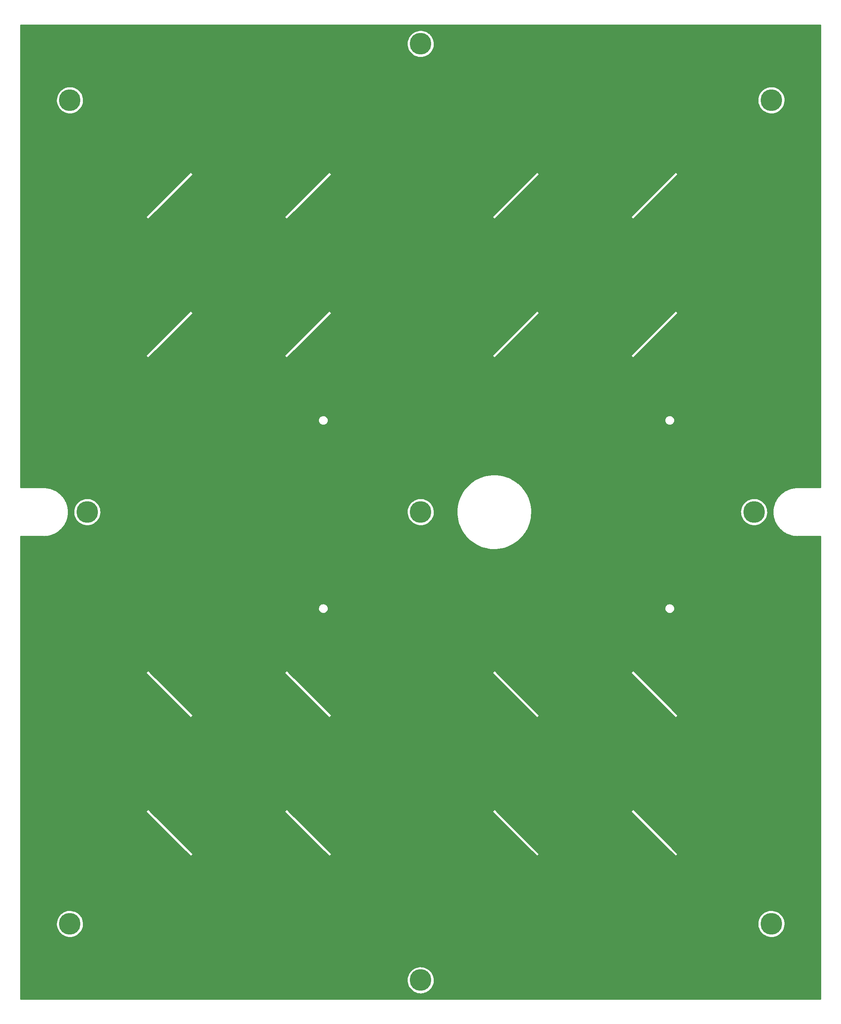
<source format=gbr>
%TF.GenerationSoftware,KiCad,Pcbnew,5.99.0-unknown-0a0935e0f3~125~ubuntu20.04.1*%
%TF.CreationDate,2021-03-31T20:14:14-05:00*%
%TF.ProjectId,Feeds,46656564-732e-46b6-9963-61645f706362,rev?*%
%TF.SameCoordinates,Original*%
%TF.FileFunction,Copper,L1,Top*%
%TF.FilePolarity,Positive*%
%FSLAX46Y46*%
G04 Gerber Fmt 4.6, Leading zero omitted, Abs format (unit mm)*
G04 Created by KiCad (PCBNEW 5.99.0-unknown-0a0935e0f3~125~ubuntu20.04.1) date 2021-03-31 20:14:14*
%MOMM*%
%LPD*%
G01*
G04 APERTURE LIST*
%TA.AperFunction,SMDPad,CuDef*%
%ADD10C,1.000000*%
%TD*%
%TA.AperFunction,ComponentPad*%
%ADD11C,2.900000*%
%TD*%
%TA.AperFunction,ConnectorPad*%
%ADD12C,5.000000*%
%TD*%
%TA.AperFunction,Conductor*%
%ADD13C,0.254000*%
%TD*%
G04 APERTURE END LIST*
D10*
%TO.P,Feed2,2,Shield*%
%TO.N,GND*%
X146516000Y-91846025D03*
%TD*%
%TO.P,Feed3,2,Shield*%
%TO.N,GND*%
X146531000Y-135253975D03*
%TD*%
%TO.P,Feed1,2,Shield*%
%TO.N,GND*%
X74516000Y-91846025D03*
%TD*%
%TO.P,Feed4,2,Shield*%
%TO.N,GND*%
X74531000Y-135253975D03*
%TD*%
D11*
%TO.P,H10,1,1*%
%TO.N,N/C*%
X93000000Y-5000000D03*
D12*
X93000000Y-5000000D03*
%TD*%
D11*
%TO.P,H12,1,1*%
%TO.N,N/C*%
X170000000Y-113000000D03*
D12*
X170000000Y-113000000D03*
%TD*%
%TO.P,H12,1,1*%
%TO.N,N/C*%
X93000000Y-113000000D03*
D11*
X93000000Y-113000000D03*
%TD*%
%TO.P,H4,1,1*%
%TO.N,N/C*%
X174000000Y-208000000D03*
D12*
X174000000Y-208000000D03*
%TD*%
D11*
%TO.P,H9,1,1*%
%TO.N,N/C*%
X93000000Y-221000000D03*
D12*
X93000000Y-221000000D03*
%TD*%
D11*
%TO.P,H2,1,1*%
%TO.N,N/C*%
X174000000Y-18000000D03*
D12*
X174000000Y-18000000D03*
%TD*%
%TO.P,H3,1,1*%
%TO.N,N/C*%
X12000000Y-208000000D03*
D11*
X12000000Y-208000000D03*
%TD*%
D12*
%TO.P,H1,1,1*%
%TO.N,N/C*%
X12000000Y-18000000D03*
D11*
X12000000Y-18000000D03*
%TD*%
D12*
%TO.P,H11,1,1*%
%TO.N,N/C*%
X16000000Y-113000000D03*
D11*
X16000000Y-113000000D03*
%TD*%
%TO.N,GND*%
D13*
X185366000Y-107366000D02*
X180078879Y-107366000D01*
X180050366Y-107361890D01*
X180030966Y-107360609D01*
X179789573Y-107363338D01*
X179775764Y-107362443D01*
X179756321Y-107362686D01*
X179743268Y-107363861D01*
X179733432Y-107363972D01*
X179715586Y-107365446D01*
X179701596Y-107367611D01*
X179288234Y-107404814D01*
X179271315Y-107405239D01*
X179251974Y-107407224D01*
X179242629Y-107408920D01*
X179236450Y-107409476D01*
X179218770Y-107412345D01*
X179202246Y-107416249D01*
X178789557Y-107491140D01*
X178772740Y-107493080D01*
X178753655Y-107496791D01*
X178744505Y-107499316D01*
X178738390Y-107500426D01*
X178721040Y-107504868D01*
X178704923Y-107510241D01*
X178300619Y-107621821D01*
X178284045Y-107625260D01*
X178265370Y-107630666D01*
X178256479Y-107634003D01*
X178250489Y-107635656D01*
X178233609Y-107641634D01*
X178218039Y-107648429D01*
X177825355Y-107795806D01*
X177809165Y-107800714D01*
X177791049Y-107807773D01*
X177782503Y-107811888D01*
X177776677Y-107814075D01*
X177760399Y-107821544D01*
X177745500Y-107829709D01*
X177367613Y-108011689D01*
X177351922Y-108018031D01*
X177334513Y-108026685D01*
X177326366Y-108031553D01*
X177320767Y-108034249D01*
X177305223Y-108043147D01*
X177291120Y-108052611D01*
X176931062Y-108267735D01*
X176916004Y-108275457D01*
X176899440Y-108285637D01*
X176891763Y-108291215D01*
X176886425Y-108294404D01*
X176871742Y-108304660D01*
X176858550Y-108315345D01*
X176519228Y-108561878D01*
X176504913Y-108570925D01*
X176489331Y-108582547D01*
X176482181Y-108588794D01*
X176477150Y-108592449D01*
X176463447Y-108603978D01*
X176451259Y-108615810D01*
X176135401Y-108891767D01*
X176121966Y-108902052D01*
X176107488Y-108915024D01*
X176100928Y-108921885D01*
X176096241Y-108925980D01*
X176083631Y-108938686D01*
X176072546Y-108951570D01*
X175782709Y-109254715D01*
X175770241Y-109266172D01*
X175756983Y-109280392D01*
X175751067Y-109287811D01*
X175746766Y-109292309D01*
X175735341Y-109306101D01*
X175725471Y-109319906D01*
X175463955Y-109647835D01*
X175452571Y-109660355D01*
X175440638Y-109675709D01*
X175435406Y-109683635D01*
X175431536Y-109688488D01*
X175421392Y-109703249D01*
X175412794Y-109717892D01*
X175181739Y-110067926D01*
X175171514Y-110081428D01*
X175161007Y-110097789D01*
X175156513Y-110106141D01*
X175153084Y-110111335D01*
X175144304Y-110126947D01*
X175137051Y-110142308D01*
X174938304Y-110511638D01*
X174929332Y-110526001D01*
X174920335Y-110543236D01*
X174916603Y-110551967D01*
X174913658Y-110557440D01*
X174906314Y-110573773D01*
X174900468Y-110589717D01*
X174735630Y-110975375D01*
X174727977Y-110990493D01*
X174720561Y-111008464D01*
X174717627Y-111017492D01*
X174715185Y-111023207D01*
X174709335Y-111040132D01*
X174704943Y-111056533D01*
X174575335Y-111455426D01*
X174569071Y-111471161D01*
X174563295Y-111489729D01*
X174561184Y-111498981D01*
X174559263Y-111504891D01*
X174554952Y-111522276D01*
X174552048Y-111539004D01*
X174458715Y-111947920D01*
X174453890Y-111964142D01*
X174449802Y-111983147D01*
X174448528Y-111992550D01*
X174447143Y-111998619D01*
X174444410Y-112016314D01*
X174443017Y-112033232D01*
X174386714Y-112448877D01*
X174383364Y-112465461D01*
X174380996Y-112484755D01*
X174380570Y-112494240D01*
X174379735Y-112500404D01*
X174378599Y-112518271D01*
X174378728Y-112535251D01*
X174359910Y-112954264D01*
X174358059Y-112971087D01*
X174357430Y-112990519D01*
X174357856Y-112999999D01*
X174357577Y-113006206D01*
X174358047Y-113024109D01*
X174359697Y-113041006D01*
X174378515Y-113460014D01*
X174378180Y-113476942D01*
X174379295Y-113496348D01*
X174380570Y-113505761D01*
X174380849Y-113511972D01*
X174382922Y-113529757D01*
X174386079Y-113546430D01*
X174442381Y-113962074D01*
X174443564Y-113978958D01*
X174446416Y-113998193D01*
X174448528Y-114007444D01*
X174449361Y-114013597D01*
X174453020Y-114031133D01*
X174457665Y-114047476D01*
X174550992Y-114456369D01*
X174553685Y-114473089D01*
X174558249Y-114491988D01*
X174561182Y-114501016D01*
X174562566Y-114507078D01*
X174567782Y-114524211D01*
X174573871Y-114540066D01*
X174703480Y-114938966D01*
X174707658Y-114955365D01*
X174713895Y-114973775D01*
X174717627Y-114982506D01*
X174719549Y-114988422D01*
X174726278Y-115005012D01*
X174733755Y-115020241D01*
X174898608Y-115405934D01*
X174904241Y-115421897D01*
X174912105Y-115439674D01*
X174916602Y-115448031D01*
X174919047Y-115453751D01*
X174927236Y-115469673D01*
X174936060Y-115484190D01*
X175134803Y-115853518D01*
X175141851Y-115868926D01*
X175151280Y-115885932D01*
X175156508Y-115893852D01*
X175159451Y-115899321D01*
X175169040Y-115914453D01*
X175179117Y-115928102D01*
X175410182Y-116278151D01*
X175418576Y-116292855D01*
X175429488Y-116308945D01*
X175435412Y-116316374D01*
X175438835Y-116321559D01*
X175449736Y-116335763D01*
X175460996Y-116348455D01*
X175722518Y-116676392D01*
X175732191Y-116690276D01*
X175744501Y-116705322D01*
X175751067Y-116712190D01*
X175754940Y-116717046D01*
X175767070Y-116730217D01*
X175779439Y-116741864D01*
X176069281Y-117045016D01*
X176080164Y-117057982D01*
X176093776Y-117071866D01*
X176100920Y-117078108D01*
X176105220Y-117082605D01*
X176118486Y-117094638D01*
X176131838Y-117105120D01*
X176447701Y-117381083D01*
X176459700Y-117393019D01*
X176474497Y-117405624D01*
X176482188Y-117411212D01*
X176486865Y-117415298D01*
X176501147Y-117426087D01*
X176515385Y-117435331D01*
X176854719Y-117681871D01*
X176867739Y-117692683D01*
X176883610Y-117703913D01*
X176891754Y-117708779D01*
X176896789Y-117712437D01*
X176911989Y-117721907D01*
X176927006Y-117729841D01*
X177287050Y-117944957D01*
X177300996Y-117954565D01*
X177317810Y-117964327D01*
X177326365Y-117968447D01*
X177331701Y-117971635D01*
X177347689Y-117979704D01*
X177363343Y-117986254D01*
X177741244Y-118168242D01*
X177755987Y-118176557D01*
X177773608Y-118184773D01*
X177782497Y-118188109D01*
X177788095Y-118190805D01*
X177804743Y-118197409D01*
X177820924Y-118202530D01*
X178213610Y-118349908D01*
X178229040Y-118356868D01*
X178247327Y-118363472D01*
X178256492Y-118366002D01*
X178262305Y-118368183D01*
X178279472Y-118373267D01*
X178296056Y-118376920D01*
X178700354Y-118488498D01*
X178716356Y-118494051D01*
X178735168Y-118498990D01*
X178744512Y-118500685D01*
X178750492Y-118502336D01*
X178768051Y-118505862D01*
X178784886Y-118508013D01*
X179197575Y-118582903D01*
X179214006Y-118586998D01*
X179233180Y-118590230D01*
X179242637Y-118591081D01*
X179248753Y-118592191D01*
X179266558Y-118594129D01*
X179283537Y-118594762D01*
X179697124Y-118631986D01*
X179710788Y-118634272D01*
X179730154Y-118635991D01*
X179743269Y-118636139D01*
X179753055Y-118637020D01*
X179770963Y-118637353D01*
X179785076Y-118636611D01*
X180027688Y-118639354D01*
X180045563Y-118638283D01*
X180078086Y-118634000D01*
X185366000Y-118634000D01*
X185366000Y-225366000D01*
X634000Y-225366000D01*
X634000Y-220908642D01*
X89862030Y-220908642D01*
X89871112Y-221255461D01*
X89872326Y-221269917D01*
X89921210Y-221613394D01*
X89924077Y-221627613D01*
X90012115Y-221963196D01*
X90016598Y-221976993D01*
X90142624Y-222300232D01*
X90148663Y-222313421D01*
X90311006Y-222620033D01*
X90318520Y-222632441D01*
X90515028Y-222918362D01*
X90523919Y-222929824D01*
X90751988Y-223191264D01*
X90762137Y-223201628D01*
X91018743Y-223435122D01*
X91030017Y-223444252D01*
X91311760Y-223646705D01*
X91324008Y-223654477D01*
X91627153Y-223823206D01*
X91640213Y-223829520D01*
X91960742Y-223962287D01*
X91974441Y-223967057D01*
X92308106Y-224062104D01*
X92322263Y-224065269D01*
X92664641Y-224121336D01*
X92679068Y-224122852D01*
X93025622Y-224139195D01*
X93040127Y-224139043D01*
X93386262Y-224115446D01*
X93400654Y-224113628D01*
X93741783Y-224050403D01*
X93755870Y-224046943D01*
X94087471Y-223944929D01*
X94101067Y-223939872D01*
X94418745Y-223800421D01*
X94431670Y-223793836D01*
X94731215Y-223618796D01*
X94743298Y-223610768D01*
X95020740Y-223402459D01*
X95031820Y-223393096D01*
X95283480Y-223154280D01*
X95293410Y-223143706D01*
X95515953Y-222877547D01*
X95524602Y-222865901D01*
X95715080Y-222575927D01*
X95722333Y-222563364D01*
X95878219Y-222253419D01*
X95883980Y-222240106D01*
X96003208Y-221914298D01*
X96007401Y-221900411D01*
X96088392Y-221563059D01*
X96090960Y-221548783D01*
X96132641Y-221204357D01*
X96133492Y-221193176D01*
X96139438Y-221003957D01*
X96139291Y-220992747D01*
X96119320Y-220646384D01*
X96117653Y-220631974D01*
X96058004Y-220290202D01*
X96054691Y-220276079D01*
X95956155Y-219943427D01*
X95951241Y-219929778D01*
X95815124Y-219610657D01*
X95808675Y-219597664D01*
X95636782Y-219296302D01*
X95628881Y-219284136D01*
X95423489Y-219004529D01*
X95414242Y-218993352D01*
X95178073Y-218739205D01*
X95167604Y-218729165D01*
X94903790Y-218503846D01*
X94892235Y-218495075D01*
X94604272Y-218301572D01*
X94591786Y-218294188D01*
X94283491Y-218135065D01*
X94270239Y-218129165D01*
X93945697Y-218006531D01*
X93931855Y-218002193D01*
X93595370Y-217917673D01*
X93581120Y-217914955D01*
X93237149Y-217869671D01*
X93222682Y-217868609D01*
X92875787Y-217863159D01*
X92861294Y-217863766D01*
X92516071Y-217898224D01*
X92501743Y-217900493D01*
X92162768Y-217974402D01*
X92148796Y-217978303D01*
X91820563Y-218090682D01*
X91807133Y-218096163D01*
X91493991Y-218245524D01*
X91481279Y-218252513D01*
X91187380Y-218436875D01*
X91175555Y-218445278D01*
X90904794Y-218662199D01*
X90894014Y-218671905D01*
X90649979Y-218918509D01*
X90640386Y-218929391D01*
X90426313Y-219202409D01*
X90418034Y-219214320D01*
X90236759Y-219510133D01*
X90229904Y-219522918D01*
X90083831Y-219837607D01*
X90078491Y-219851094D01*
X89969555Y-220180486D01*
X89965801Y-220194498D01*
X89895446Y-220534228D01*
X89893327Y-220548578D01*
X89862486Y-220894143D01*
X89862030Y-220908642D01*
X634000Y-220908642D01*
X634000Y-207908642D01*
X8862030Y-207908642D01*
X8871112Y-208255461D01*
X8872326Y-208269917D01*
X8921210Y-208613394D01*
X8924077Y-208627613D01*
X9012115Y-208963196D01*
X9016598Y-208976993D01*
X9142624Y-209300232D01*
X9148663Y-209313421D01*
X9311006Y-209620033D01*
X9318520Y-209632441D01*
X9515028Y-209918362D01*
X9523919Y-209929824D01*
X9751988Y-210191264D01*
X9762137Y-210201628D01*
X10018743Y-210435122D01*
X10030017Y-210444252D01*
X10311760Y-210646705D01*
X10324008Y-210654477D01*
X10627153Y-210823206D01*
X10640213Y-210829520D01*
X10960742Y-210962287D01*
X10974441Y-210967057D01*
X11308106Y-211062104D01*
X11322263Y-211065269D01*
X11664641Y-211121336D01*
X11679068Y-211122852D01*
X12025622Y-211139195D01*
X12040127Y-211139043D01*
X12386262Y-211115446D01*
X12400654Y-211113628D01*
X12741783Y-211050403D01*
X12755870Y-211046943D01*
X13087471Y-210944929D01*
X13101067Y-210939872D01*
X13418745Y-210800421D01*
X13431670Y-210793836D01*
X13731215Y-210618796D01*
X13743298Y-210610768D01*
X14020740Y-210402459D01*
X14031820Y-210393096D01*
X14283480Y-210154280D01*
X14293410Y-210143706D01*
X14515953Y-209877547D01*
X14524602Y-209865901D01*
X14715080Y-209575927D01*
X14722333Y-209563364D01*
X14878219Y-209253419D01*
X14883980Y-209240106D01*
X15003208Y-208914298D01*
X15007401Y-208900411D01*
X15088392Y-208563059D01*
X15090960Y-208548783D01*
X15132641Y-208204357D01*
X15133492Y-208193176D01*
X15139438Y-208003957D01*
X15139291Y-207992747D01*
X15134442Y-207908642D01*
X170862030Y-207908642D01*
X170871112Y-208255461D01*
X170872326Y-208269917D01*
X170921210Y-208613394D01*
X170924077Y-208627613D01*
X171012115Y-208963196D01*
X171016598Y-208976993D01*
X171142624Y-209300232D01*
X171148663Y-209313421D01*
X171311006Y-209620033D01*
X171318520Y-209632441D01*
X171515028Y-209918362D01*
X171523919Y-209929824D01*
X171751988Y-210191264D01*
X171762137Y-210201628D01*
X172018743Y-210435122D01*
X172030017Y-210444252D01*
X172311760Y-210646705D01*
X172324008Y-210654477D01*
X172627153Y-210823206D01*
X172640213Y-210829520D01*
X172960742Y-210962287D01*
X172974441Y-210967057D01*
X173308106Y-211062104D01*
X173322263Y-211065269D01*
X173664641Y-211121336D01*
X173679068Y-211122852D01*
X174025622Y-211139195D01*
X174040127Y-211139043D01*
X174386262Y-211115446D01*
X174400654Y-211113628D01*
X174741783Y-211050403D01*
X174755870Y-211046943D01*
X175087471Y-210944929D01*
X175101067Y-210939872D01*
X175418745Y-210800421D01*
X175431670Y-210793836D01*
X175731215Y-210618796D01*
X175743298Y-210610768D01*
X176020740Y-210402459D01*
X176031820Y-210393096D01*
X176283480Y-210154280D01*
X176293410Y-210143706D01*
X176515953Y-209877547D01*
X176524602Y-209865901D01*
X176715080Y-209575927D01*
X176722333Y-209563364D01*
X176878219Y-209253419D01*
X176883980Y-209240106D01*
X177003208Y-208914298D01*
X177007401Y-208900411D01*
X177088392Y-208563059D01*
X177090960Y-208548783D01*
X177132641Y-208204357D01*
X177133492Y-208193176D01*
X177139438Y-208003957D01*
X177139291Y-207992747D01*
X177119320Y-207646384D01*
X177117653Y-207631974D01*
X177058004Y-207290202D01*
X177054691Y-207276079D01*
X176956155Y-206943427D01*
X176951241Y-206929778D01*
X176815124Y-206610657D01*
X176808675Y-206597664D01*
X176636782Y-206296302D01*
X176628881Y-206284136D01*
X176423489Y-206004529D01*
X176414242Y-205993352D01*
X176178073Y-205739205D01*
X176167604Y-205729165D01*
X175903790Y-205503846D01*
X175892235Y-205495075D01*
X175604272Y-205301572D01*
X175591786Y-205294188D01*
X175283491Y-205135065D01*
X175270239Y-205129165D01*
X174945697Y-205006531D01*
X174931855Y-205002193D01*
X174595370Y-204917673D01*
X174581120Y-204914955D01*
X174237149Y-204869671D01*
X174222682Y-204868609D01*
X173875787Y-204863159D01*
X173861294Y-204863766D01*
X173516071Y-204898224D01*
X173501743Y-204900493D01*
X173162768Y-204974402D01*
X173148796Y-204978303D01*
X172820563Y-205090682D01*
X172807133Y-205096163D01*
X172493991Y-205245524D01*
X172481279Y-205252513D01*
X172187380Y-205436875D01*
X172175555Y-205445278D01*
X171904794Y-205662199D01*
X171894014Y-205671905D01*
X171649979Y-205918509D01*
X171640386Y-205929391D01*
X171426313Y-206202409D01*
X171418034Y-206214320D01*
X171236759Y-206510133D01*
X171229904Y-206522918D01*
X171083831Y-206837607D01*
X171078491Y-206851094D01*
X170969555Y-207180486D01*
X170965801Y-207194498D01*
X170895446Y-207534228D01*
X170893327Y-207548578D01*
X170862486Y-207894143D01*
X170862030Y-207908642D01*
X15134442Y-207908642D01*
X15119320Y-207646384D01*
X15117653Y-207631974D01*
X15058004Y-207290202D01*
X15054691Y-207276079D01*
X14956155Y-206943427D01*
X14951241Y-206929778D01*
X14815124Y-206610657D01*
X14808675Y-206597664D01*
X14636782Y-206296302D01*
X14628881Y-206284136D01*
X14423489Y-206004529D01*
X14414242Y-205993352D01*
X14178073Y-205739205D01*
X14167604Y-205729165D01*
X13903790Y-205503846D01*
X13892235Y-205495075D01*
X13604272Y-205301572D01*
X13591786Y-205294188D01*
X13283491Y-205135065D01*
X13270239Y-205129165D01*
X12945697Y-205006531D01*
X12931855Y-205002193D01*
X12595370Y-204917673D01*
X12581120Y-204914955D01*
X12237149Y-204869671D01*
X12222682Y-204868609D01*
X11875787Y-204863159D01*
X11861294Y-204863766D01*
X11516071Y-204898224D01*
X11501743Y-204900493D01*
X11162768Y-204974402D01*
X11148796Y-204978303D01*
X10820563Y-205090682D01*
X10807133Y-205096163D01*
X10493991Y-205245524D01*
X10481279Y-205252513D01*
X10187380Y-205436875D01*
X10175555Y-205445278D01*
X9904794Y-205662199D01*
X9894014Y-205671905D01*
X9649979Y-205918509D01*
X9640386Y-205929391D01*
X9426313Y-206202409D01*
X9418034Y-206214320D01*
X9236759Y-206510133D01*
X9229904Y-206522918D01*
X9083831Y-206837607D01*
X9078491Y-206851094D01*
X8969555Y-207180486D01*
X8965801Y-207194498D01*
X8895446Y-207534228D01*
X8893327Y-207548578D01*
X8862486Y-207894143D01*
X8862030Y-207908642D01*
X634000Y-207908642D01*
X634000Y-182068123D01*
X29585493Y-182068123D01*
X29590558Y-182138938D01*
X29619519Y-182184001D01*
X39815999Y-192380481D01*
X39878311Y-192414507D01*
X39949126Y-192409442D01*
X39994189Y-192380481D01*
X40380481Y-191994189D01*
X40414507Y-191931877D01*
X40409442Y-191861062D01*
X40380481Y-191815999D01*
X30632605Y-182068123D01*
X61585493Y-182068123D01*
X61590558Y-182138938D01*
X61619519Y-182184001D01*
X71815999Y-192380481D01*
X71878311Y-192414507D01*
X71949126Y-192409442D01*
X71994189Y-192380481D01*
X72380481Y-191994189D01*
X72414507Y-191931877D01*
X72409442Y-191861062D01*
X72380481Y-191815999D01*
X62632605Y-182068123D01*
X109585493Y-182068123D01*
X109590558Y-182138938D01*
X109619519Y-182184001D01*
X119815999Y-192380481D01*
X119878311Y-192414507D01*
X119949126Y-192409442D01*
X119994189Y-192380481D01*
X120380481Y-191994189D01*
X120414507Y-191931877D01*
X120409442Y-191861062D01*
X120380481Y-191815999D01*
X110632605Y-182068123D01*
X141585493Y-182068123D01*
X141590558Y-182138938D01*
X141619519Y-182184001D01*
X151815999Y-192380481D01*
X151878311Y-192414507D01*
X151949126Y-192409442D01*
X151994189Y-192380481D01*
X152380481Y-191994189D01*
X152414507Y-191931877D01*
X152409442Y-191861062D01*
X152380481Y-191815999D01*
X142184001Y-181619519D01*
X142121689Y-181585493D01*
X142050874Y-181590558D01*
X142005811Y-181619519D01*
X141619519Y-182005811D01*
X141585493Y-182068123D01*
X110632605Y-182068123D01*
X110184001Y-181619519D01*
X110121689Y-181585493D01*
X110050874Y-181590558D01*
X110005811Y-181619519D01*
X109619519Y-182005811D01*
X109585493Y-182068123D01*
X62632605Y-182068123D01*
X62184001Y-181619519D01*
X62121689Y-181585493D01*
X62050874Y-181590558D01*
X62005811Y-181619519D01*
X61619519Y-182005811D01*
X61585493Y-182068123D01*
X30632605Y-182068123D01*
X30184001Y-181619519D01*
X30121689Y-181585493D01*
X30050874Y-181590558D01*
X30005811Y-181619519D01*
X29619519Y-182005811D01*
X29585493Y-182068123D01*
X634000Y-182068123D01*
X634000Y-150068123D01*
X29585493Y-150068123D01*
X29590558Y-150138938D01*
X29619519Y-150184001D01*
X39815999Y-160380481D01*
X39878311Y-160414507D01*
X39949126Y-160409442D01*
X39994189Y-160380481D01*
X40380481Y-159994189D01*
X40414507Y-159931877D01*
X40409442Y-159861062D01*
X40380481Y-159815999D01*
X30632605Y-150068123D01*
X61585493Y-150068123D01*
X61590558Y-150138938D01*
X61619519Y-150184001D01*
X71815999Y-160380481D01*
X71878311Y-160414507D01*
X71949126Y-160409442D01*
X71994189Y-160380481D01*
X72380481Y-159994189D01*
X72414507Y-159931877D01*
X72409442Y-159861062D01*
X72380481Y-159815999D01*
X62632605Y-150068123D01*
X109585493Y-150068123D01*
X109590558Y-150138938D01*
X109619519Y-150184001D01*
X119815999Y-160380481D01*
X119878311Y-160414507D01*
X119949126Y-160409442D01*
X119994189Y-160380481D01*
X120380481Y-159994189D01*
X120414507Y-159931877D01*
X120409442Y-159861062D01*
X120380481Y-159815999D01*
X110632605Y-150068123D01*
X141585493Y-150068123D01*
X141590558Y-150138938D01*
X141619519Y-150184001D01*
X151815999Y-160380481D01*
X151878311Y-160414507D01*
X151949126Y-160409442D01*
X151994189Y-160380481D01*
X152380481Y-159994189D01*
X152414507Y-159931877D01*
X152409442Y-159861062D01*
X152380481Y-159815999D01*
X142184001Y-149619519D01*
X142121689Y-149585493D01*
X142050874Y-149590558D01*
X142005811Y-149619519D01*
X141619519Y-150005811D01*
X141585493Y-150068123D01*
X110632605Y-150068123D01*
X110184001Y-149619519D01*
X110121689Y-149585493D01*
X110050874Y-149590558D01*
X110005811Y-149619519D01*
X109619519Y-150005811D01*
X109585493Y-150068123D01*
X62632605Y-150068123D01*
X62184001Y-149619519D01*
X62121689Y-149585493D01*
X62050874Y-149590558D01*
X62005811Y-149619519D01*
X61619519Y-150005811D01*
X61585493Y-150068123D01*
X30632605Y-150068123D01*
X30184001Y-149619519D01*
X30121689Y-149585493D01*
X30050874Y-149590558D01*
X30005811Y-149619519D01*
X29619519Y-150005811D01*
X29585493Y-150068123D01*
X634000Y-150068123D01*
X634000Y-135258319D01*
X69392044Y-135258319D01*
X69409971Y-135455306D01*
X69414578Y-135479461D01*
X69470425Y-135669214D01*
X69479637Y-135692014D01*
X69571277Y-135867305D01*
X69584742Y-135887882D01*
X69708685Y-136042036D01*
X69725891Y-136059606D01*
X69877415Y-136186750D01*
X69897705Y-136200643D01*
X70071039Y-136295934D01*
X70093641Y-136305621D01*
X70282183Y-136365430D01*
X70306237Y-136370543D01*
X70459110Y-136387690D01*
X70473155Y-136388475D01*
X70581994Y-136388475D01*
X70594289Y-136387874D01*
X70740152Y-136373572D01*
X70764275Y-136368795D01*
X70953633Y-136311624D01*
X70976368Y-136302254D01*
X71151015Y-136209393D01*
X71171498Y-136195784D01*
X71324783Y-136070768D01*
X71342232Y-136053440D01*
X71468315Y-135901032D01*
X71482066Y-135880645D01*
X71576144Y-135706650D01*
X71585673Y-135683982D01*
X71644165Y-135495027D01*
X71649110Y-135470937D01*
X71669785Y-135274221D01*
X71669896Y-135258319D01*
X149392044Y-135258319D01*
X149409971Y-135455306D01*
X149414578Y-135479461D01*
X149470425Y-135669214D01*
X149479637Y-135692014D01*
X149571277Y-135867305D01*
X149584742Y-135887882D01*
X149708685Y-136042036D01*
X149725891Y-136059606D01*
X149877415Y-136186750D01*
X149897705Y-136200643D01*
X150071039Y-136295934D01*
X150093641Y-136305621D01*
X150282183Y-136365430D01*
X150306237Y-136370543D01*
X150459110Y-136387690D01*
X150473155Y-136388475D01*
X150581994Y-136388475D01*
X150594289Y-136387874D01*
X150740152Y-136373572D01*
X150764275Y-136368795D01*
X150953633Y-136311624D01*
X150976368Y-136302254D01*
X151151015Y-136209393D01*
X151171498Y-136195784D01*
X151324783Y-136070768D01*
X151342232Y-136053440D01*
X151468315Y-135901032D01*
X151482066Y-135880645D01*
X151576144Y-135706650D01*
X151585673Y-135683982D01*
X151644165Y-135495027D01*
X151649110Y-135470937D01*
X151669785Y-135274221D01*
X151669956Y-135249631D01*
X151652029Y-135052644D01*
X151647422Y-135028489D01*
X151591575Y-134838736D01*
X151582363Y-134815936D01*
X151490723Y-134640645D01*
X151477258Y-134620068D01*
X151353315Y-134465914D01*
X151336109Y-134448344D01*
X151184585Y-134321200D01*
X151164295Y-134307307D01*
X150990961Y-134212016D01*
X150968359Y-134202329D01*
X150779817Y-134142520D01*
X150755763Y-134137407D01*
X150602890Y-134120260D01*
X150588845Y-134119475D01*
X150480006Y-134119475D01*
X150467711Y-134120076D01*
X150321848Y-134134378D01*
X150297725Y-134139155D01*
X150108367Y-134196326D01*
X150085632Y-134205696D01*
X149910985Y-134298557D01*
X149890502Y-134312166D01*
X149737217Y-134437182D01*
X149719768Y-134454510D01*
X149593685Y-134606918D01*
X149579934Y-134627305D01*
X149485856Y-134801300D01*
X149476327Y-134823968D01*
X149417835Y-135012923D01*
X149412890Y-135037013D01*
X149392215Y-135233729D01*
X149392044Y-135258319D01*
X71669896Y-135258319D01*
X71669956Y-135249631D01*
X71652029Y-135052644D01*
X71647422Y-135028489D01*
X71591575Y-134838736D01*
X71582363Y-134815936D01*
X71490723Y-134640645D01*
X71477258Y-134620068D01*
X71353315Y-134465914D01*
X71336109Y-134448344D01*
X71184585Y-134321200D01*
X71164295Y-134307307D01*
X70990961Y-134212016D01*
X70968359Y-134202329D01*
X70779817Y-134142520D01*
X70755763Y-134137407D01*
X70602890Y-134120260D01*
X70588845Y-134119475D01*
X70480006Y-134119475D01*
X70467711Y-134120076D01*
X70321848Y-134134378D01*
X70297725Y-134139155D01*
X70108367Y-134196326D01*
X70085632Y-134205696D01*
X69910985Y-134298557D01*
X69890502Y-134312166D01*
X69737217Y-134437182D01*
X69719768Y-134454510D01*
X69593685Y-134606918D01*
X69579934Y-134627305D01*
X69485856Y-134801300D01*
X69476327Y-134823968D01*
X69417835Y-135012923D01*
X69412890Y-135037013D01*
X69392215Y-135233729D01*
X69392044Y-135258319D01*
X634000Y-135258319D01*
X634000Y-118634000D01*
X5921121Y-118634000D01*
X5949634Y-118638110D01*
X5969034Y-118639391D01*
X6210427Y-118636662D01*
X6224236Y-118637557D01*
X6243679Y-118637314D01*
X6256732Y-118636139D01*
X6266568Y-118636028D01*
X6284414Y-118634554D01*
X6298405Y-118632389D01*
X6711768Y-118595185D01*
X6728679Y-118594761D01*
X6748026Y-118592776D01*
X6757371Y-118591080D01*
X6763550Y-118590524D01*
X6781230Y-118587655D01*
X6797754Y-118583751D01*
X7210434Y-118508861D01*
X7227257Y-118506921D01*
X7246342Y-118503210D01*
X7255494Y-118500684D01*
X7261612Y-118499574D01*
X7278961Y-118495132D01*
X7295086Y-118489756D01*
X7699380Y-118378179D01*
X7715955Y-118374740D01*
X7734630Y-118369334D01*
X7743521Y-118365997D01*
X7749511Y-118364344D01*
X7766389Y-118358367D01*
X7781963Y-118351570D01*
X8174628Y-118204200D01*
X8190838Y-118199286D01*
X8208948Y-118192229D01*
X8217507Y-118188108D01*
X8223327Y-118185923D01*
X8239599Y-118178457D01*
X8254501Y-118170291D01*
X8632360Y-117988323D01*
X8648077Y-117981971D01*
X8665488Y-117973315D01*
X8673643Y-117968442D01*
X8679232Y-117965751D01*
X8694780Y-117956851D01*
X8708870Y-117947395D01*
X9068935Y-117732268D01*
X9083997Y-117724543D01*
X9100560Y-117714363D01*
X9108237Y-117708785D01*
X9113575Y-117705596D01*
X9128258Y-117695340D01*
X9141450Y-117684655D01*
X9480772Y-117438122D01*
X9495087Y-117429075D01*
X9510669Y-117417453D01*
X9517819Y-117411206D01*
X9522850Y-117407551D01*
X9536553Y-117396022D01*
X9548741Y-117384190D01*
X9864588Y-117108243D01*
X9878036Y-117097948D01*
X9892516Y-117084973D01*
X9899075Y-117078113D01*
X9903755Y-117074024D01*
X9916371Y-117061312D01*
X9927448Y-117048437D01*
X10217292Y-116745284D01*
X10229759Y-116733828D01*
X10243017Y-116719608D01*
X10248933Y-116712189D01*
X10253234Y-116707691D01*
X10264659Y-116693899D01*
X10274538Y-116680082D01*
X10536035Y-116352176D01*
X10547431Y-116339643D01*
X10559362Y-116324291D01*
X10564594Y-116316365D01*
X10568464Y-116311512D01*
X10578609Y-116296750D01*
X10587211Y-116282100D01*
X10818261Y-115932073D01*
X10828485Y-115918573D01*
X10838993Y-115902211D01*
X10843487Y-115893859D01*
X10846916Y-115888665D01*
X10855694Y-115873057D01*
X10862950Y-115857692D01*
X11061697Y-115488359D01*
X11070667Y-115474000D01*
X11079665Y-115456765D01*
X11083395Y-115448038D01*
X11086343Y-115442560D01*
X11093685Y-115426230D01*
X11099526Y-115410299D01*
X11264373Y-115024618D01*
X11272023Y-115009507D01*
X11279440Y-114991534D01*
X11282377Y-114982493D01*
X11284813Y-114976795D01*
X11290664Y-114959869D01*
X11295054Y-114943480D01*
X11424665Y-114544576D01*
X11430930Y-114528837D01*
X11436705Y-114510271D01*
X11438816Y-114501019D01*
X11440737Y-114495109D01*
X11445048Y-114477724D01*
X11447952Y-114460996D01*
X11541285Y-114052080D01*
X11546110Y-114035858D01*
X11550198Y-114016853D01*
X11551472Y-114007450D01*
X11552857Y-114001381D01*
X11555590Y-113983686D01*
X11556983Y-113966768D01*
X11613286Y-113551123D01*
X11616636Y-113534539D01*
X11619004Y-113515245D01*
X11619430Y-113505760D01*
X11620265Y-113499596D01*
X11621401Y-113481729D01*
X11621272Y-113464749D01*
X11640090Y-113045736D01*
X11641941Y-113028913D01*
X11642570Y-113009481D01*
X11642144Y-113000000D01*
X11642423Y-112993794D01*
X11641953Y-112975891D01*
X11640303Y-112958994D01*
X11638042Y-112908642D01*
X12862030Y-112908642D01*
X12871112Y-113255461D01*
X12872326Y-113269917D01*
X12921210Y-113613394D01*
X12924077Y-113627613D01*
X13012115Y-113963196D01*
X13016598Y-113976993D01*
X13142624Y-114300232D01*
X13148663Y-114313421D01*
X13311006Y-114620033D01*
X13318520Y-114632441D01*
X13515028Y-114918362D01*
X13523919Y-114929824D01*
X13751988Y-115191264D01*
X13762137Y-115201628D01*
X14018743Y-115435122D01*
X14030017Y-115444252D01*
X14311760Y-115646705D01*
X14324008Y-115654477D01*
X14627153Y-115823206D01*
X14640213Y-115829520D01*
X14960742Y-115962287D01*
X14974441Y-115967057D01*
X15308106Y-116062104D01*
X15322263Y-116065269D01*
X15664641Y-116121336D01*
X15679068Y-116122852D01*
X16025622Y-116139195D01*
X16040127Y-116139043D01*
X16386262Y-116115446D01*
X16400654Y-116113628D01*
X16741783Y-116050403D01*
X16755870Y-116046943D01*
X17087471Y-115944929D01*
X17101067Y-115939872D01*
X17418745Y-115800421D01*
X17431670Y-115793836D01*
X17731215Y-115618796D01*
X17743298Y-115610768D01*
X18020740Y-115402459D01*
X18031820Y-115393096D01*
X18283480Y-115154280D01*
X18293410Y-115143706D01*
X18515953Y-114877547D01*
X18524602Y-114865901D01*
X18715080Y-114575927D01*
X18722333Y-114563364D01*
X18878219Y-114253419D01*
X18883980Y-114240106D01*
X19003208Y-113914298D01*
X19007401Y-113900411D01*
X19088392Y-113563059D01*
X19090960Y-113548783D01*
X19132641Y-113204357D01*
X19133492Y-113193176D01*
X19139438Y-113003957D01*
X19139291Y-112992747D01*
X19134442Y-112908642D01*
X89862030Y-112908642D01*
X89871112Y-113255461D01*
X89872326Y-113269917D01*
X89921210Y-113613394D01*
X89924077Y-113627613D01*
X90012115Y-113963196D01*
X90016598Y-113976993D01*
X90142624Y-114300232D01*
X90148663Y-114313421D01*
X90311006Y-114620033D01*
X90318520Y-114632441D01*
X90515028Y-114918362D01*
X90523919Y-114929824D01*
X90751988Y-115191264D01*
X90762137Y-115201628D01*
X91018743Y-115435122D01*
X91030017Y-115444252D01*
X91311760Y-115646705D01*
X91324008Y-115654477D01*
X91627153Y-115823206D01*
X91640213Y-115829520D01*
X91960742Y-115962287D01*
X91974441Y-115967057D01*
X92308106Y-116062104D01*
X92322263Y-116065269D01*
X92664641Y-116121336D01*
X92679068Y-116122852D01*
X93025622Y-116139195D01*
X93040127Y-116139043D01*
X93386262Y-116115446D01*
X93400654Y-116113628D01*
X93741783Y-116050403D01*
X93755870Y-116046943D01*
X94087471Y-115944929D01*
X94101067Y-115939872D01*
X94418745Y-115800421D01*
X94431670Y-115793836D01*
X94731215Y-115618796D01*
X94743298Y-115610768D01*
X95020740Y-115402459D01*
X95031820Y-115393096D01*
X95283480Y-115154280D01*
X95293410Y-115143706D01*
X95515953Y-114877547D01*
X95524602Y-114865901D01*
X95715080Y-114575927D01*
X95722333Y-114563364D01*
X95878219Y-114253419D01*
X95883980Y-114240106D01*
X96003208Y-113914298D01*
X96007401Y-113900411D01*
X96088392Y-113563059D01*
X96090960Y-113548783D01*
X96132641Y-113204357D01*
X96133492Y-113193176D01*
X96139438Y-113003957D01*
X96139291Y-112992747D01*
X96134740Y-112913822D01*
X101361502Y-112913822D01*
X101364836Y-113055307D01*
X101375151Y-113493011D01*
X101375645Y-113501572D01*
X101428657Y-114078491D01*
X101429731Y-114086998D01*
X101521859Y-114658976D01*
X101523510Y-114667391D01*
X101654327Y-115231778D01*
X101656547Y-115240061D01*
X101825449Y-115794243D01*
X101828226Y-115802355D01*
X102034430Y-116343766D01*
X102037753Y-116351671D01*
X102280303Y-116877804D01*
X102284156Y-116885465D01*
X102561930Y-117393882D01*
X102566295Y-117401263D01*
X102878006Y-117889609D01*
X102882863Y-117896675D01*
X103227067Y-118362690D01*
X103232393Y-118369410D01*
X103607495Y-118810935D01*
X103613266Y-118817278D01*
X104017531Y-119232267D01*
X104023720Y-119238202D01*
X104455274Y-119624734D01*
X104461852Y-119630234D01*
X104918697Y-119986519D01*
X104925635Y-119991559D01*
X105405655Y-120315946D01*
X105412919Y-120320503D01*
X105913890Y-120611490D01*
X105921447Y-120615542D01*
X106441050Y-120871782D01*
X106448865Y-120875311D01*
X106984693Y-121095617D01*
X106992730Y-121098606D01*
X107542301Y-121281956D01*
X107550523Y-121284391D01*
X108111293Y-121429938D01*
X108119661Y-121431809D01*
X108689031Y-121538878D01*
X108697507Y-121540175D01*
X109272841Y-121608271D01*
X109281386Y-121608988D01*
X109860019Y-121637794D01*
X109868593Y-121637929D01*
X110447845Y-121627312D01*
X110456408Y-121626863D01*
X111033597Y-121576873D01*
X111042110Y-121575843D01*
X111614562Y-121486711D01*
X111622985Y-121485104D01*
X112188049Y-121357243D01*
X112196343Y-121355067D01*
X112751403Y-121189069D01*
X112759530Y-121186334D01*
X113302013Y-120982968D01*
X113309935Y-120979687D01*
X113837330Y-120739895D01*
X113845011Y-120736082D01*
X114354876Y-120460974D01*
X114362279Y-120456648D01*
X114852251Y-120147499D01*
X114859344Y-120142679D01*
X115327154Y-119800920D01*
X115333901Y-119795629D01*
X115777384Y-119422843D01*
X115783757Y-119417105D01*
X116200857Y-119015019D01*
X116206824Y-119008861D01*
X116595611Y-118579336D01*
X116601146Y-118572787D01*
X116959817Y-118117814D01*
X116964893Y-118110903D01*
X117291790Y-117632589D01*
X117296385Y-117625349D01*
X117589991Y-117125908D01*
X117594083Y-117118372D01*
X117853040Y-116600117D01*
X117856609Y-116592321D01*
X118079717Y-116057654D01*
X118082748Y-116049632D01*
X118268974Y-115501029D01*
X118271453Y-115492820D01*
X118419934Y-114932820D01*
X118421848Y-114924462D01*
X118531897Y-114355661D01*
X118533238Y-114347192D01*
X118604345Y-113772222D01*
X118605108Y-113763681D01*
X118636943Y-113185207D01*
X118637126Y-113179602D01*
X118638993Y-113001319D01*
X118638927Y-112995712D01*
X118635962Y-112908642D01*
X166862030Y-112908642D01*
X166871112Y-113255461D01*
X166872326Y-113269917D01*
X166921210Y-113613394D01*
X166924077Y-113627613D01*
X167012115Y-113963196D01*
X167016598Y-113976993D01*
X167142624Y-114300232D01*
X167148663Y-114313421D01*
X167311006Y-114620033D01*
X167318520Y-114632441D01*
X167515028Y-114918362D01*
X167523919Y-114929824D01*
X167751988Y-115191264D01*
X167762137Y-115201628D01*
X168018743Y-115435122D01*
X168030017Y-115444252D01*
X168311760Y-115646705D01*
X168324008Y-115654477D01*
X168627153Y-115823206D01*
X168640213Y-115829520D01*
X168960742Y-115962287D01*
X168974441Y-115967057D01*
X169308106Y-116062104D01*
X169322263Y-116065269D01*
X169664641Y-116121336D01*
X169679068Y-116122852D01*
X170025622Y-116139195D01*
X170040127Y-116139043D01*
X170386262Y-116115446D01*
X170400654Y-116113628D01*
X170741783Y-116050403D01*
X170755870Y-116046943D01*
X171087471Y-115944929D01*
X171101067Y-115939872D01*
X171418745Y-115800421D01*
X171431670Y-115793836D01*
X171731215Y-115618796D01*
X171743298Y-115610768D01*
X172020740Y-115402459D01*
X172031820Y-115393096D01*
X172283480Y-115154280D01*
X172293410Y-115143706D01*
X172515953Y-114877547D01*
X172524602Y-114865901D01*
X172715080Y-114575927D01*
X172722333Y-114563364D01*
X172878219Y-114253419D01*
X172883980Y-114240106D01*
X173003208Y-113914298D01*
X173007401Y-113900411D01*
X173088392Y-113563059D01*
X173090960Y-113548783D01*
X173132641Y-113204357D01*
X173133492Y-113193176D01*
X173139438Y-113003957D01*
X173139291Y-112992747D01*
X173119320Y-112646384D01*
X173117653Y-112631974D01*
X173058004Y-112290202D01*
X173054691Y-112276079D01*
X172956155Y-111943427D01*
X172951241Y-111929778D01*
X172815124Y-111610657D01*
X172808675Y-111597664D01*
X172636782Y-111296302D01*
X172628881Y-111284136D01*
X172423489Y-111004529D01*
X172414242Y-110993352D01*
X172178073Y-110739205D01*
X172167604Y-110729165D01*
X171903790Y-110503846D01*
X171892235Y-110495075D01*
X171604272Y-110301572D01*
X171591786Y-110294188D01*
X171283491Y-110135065D01*
X171270239Y-110129165D01*
X170945697Y-110006531D01*
X170931855Y-110002193D01*
X170595370Y-109917673D01*
X170581120Y-109914955D01*
X170237149Y-109869671D01*
X170222682Y-109868609D01*
X169875787Y-109863159D01*
X169861294Y-109863766D01*
X169516071Y-109898224D01*
X169501743Y-109900493D01*
X169162768Y-109974402D01*
X169148796Y-109978303D01*
X168820563Y-110090682D01*
X168807133Y-110096163D01*
X168493991Y-110245524D01*
X168481279Y-110252513D01*
X168187380Y-110436875D01*
X168175555Y-110445278D01*
X167904794Y-110662199D01*
X167894014Y-110671905D01*
X167649979Y-110918509D01*
X167640386Y-110929391D01*
X167426313Y-111202409D01*
X167418034Y-111214320D01*
X167236759Y-111510133D01*
X167229904Y-111522918D01*
X167083831Y-111837607D01*
X167078491Y-111851094D01*
X166969555Y-112180486D01*
X166965801Y-112194498D01*
X166895446Y-112534228D01*
X166893327Y-112548578D01*
X166862486Y-112894143D01*
X166862030Y-112908642D01*
X118635962Y-112908642D01*
X118619213Y-112416698D01*
X118618630Y-112408144D01*
X118559580Y-111831811D01*
X118558416Y-111823315D01*
X118460304Y-111252334D01*
X118458565Y-111243937D01*
X118321844Y-110680951D01*
X118319538Y-110672692D01*
X118144842Y-110120308D01*
X118141980Y-110112225D01*
X117930118Y-109573003D01*
X117926712Y-109565134D01*
X117678666Y-109041570D01*
X117674733Y-109033950D01*
X117391650Y-108528470D01*
X117387209Y-108521135D01*
X117070402Y-108036079D01*
X117065471Y-108029063D01*
X116716406Y-107566679D01*
X116711010Y-107560016D01*
X116331304Y-107122443D01*
X116325466Y-107116161D01*
X115916878Y-106705428D01*
X115910628Y-106699558D01*
X115475049Y-106317566D01*
X115468413Y-106312135D01*
X115007863Y-105960654D01*
X115000873Y-105955687D01*
X114517482Y-105636344D01*
X114510171Y-105631863D01*
X114006180Y-105346138D01*
X113998581Y-105342166D01*
X113476323Y-105091381D01*
X113468471Y-105087934D01*
X112930366Y-104873252D01*
X112922298Y-104870347D01*
X112370837Y-104692761D01*
X112362590Y-104690412D01*
X111800327Y-104550745D01*
X111791940Y-104548962D01*
X111221480Y-104447862D01*
X111212991Y-104446654D01*
X110636976Y-104384587D01*
X110628424Y-104383959D01*
X110049521Y-104361214D01*
X110040946Y-104361169D01*
X109461836Y-104377850D01*
X109453278Y-104378389D01*
X108876645Y-104434421D01*
X108868144Y-104435540D01*
X108296656Y-104530661D01*
X108288250Y-104532356D01*
X107724556Y-104666128D01*
X107716285Y-104668390D01*
X107162994Y-104840191D01*
X107154896Y-104843012D01*
X106614572Y-105052048D01*
X106606685Y-105055412D01*
X106081830Y-105300713D01*
X106074189Y-105304606D01*
X105567233Y-105585038D01*
X105559875Y-105589441D01*
X105073167Y-105903705D01*
X105066126Y-105908599D01*
X104601920Y-106255238D01*
X104595228Y-106260599D01*
X104155674Y-106638008D01*
X104149362Y-106643813D01*
X103736495Y-107050245D01*
X103730592Y-107056465D01*
X103346325Y-107490038D01*
X103340860Y-107496645D01*
X102986972Y-107955349D01*
X102981968Y-107962312D01*
X102660099Y-108444023D01*
X102655580Y-108451311D01*
X102367219Y-108953799D01*
X102363207Y-108961377D01*
X102109692Y-109482315D01*
X102106204Y-109490149D01*
X101888707Y-110027123D01*
X101885760Y-110035175D01*
X101705289Y-110585699D01*
X101702897Y-110593934D01*
X101560288Y-111155457D01*
X101558461Y-111163835D01*
X101454375Y-111733758D01*
X101453123Y-111742241D01*
X101388041Y-112317924D01*
X101387368Y-112326472D01*
X101361592Y-112905248D01*
X101361502Y-112913822D01*
X96134740Y-112913822D01*
X96119320Y-112646384D01*
X96117653Y-112631974D01*
X96058004Y-112290202D01*
X96054691Y-112276079D01*
X95956155Y-111943427D01*
X95951241Y-111929778D01*
X95815124Y-111610657D01*
X95808675Y-111597664D01*
X95636782Y-111296302D01*
X95628881Y-111284136D01*
X95423489Y-111004529D01*
X95414242Y-110993352D01*
X95178073Y-110739205D01*
X95167604Y-110729165D01*
X94903790Y-110503846D01*
X94892235Y-110495075D01*
X94604272Y-110301572D01*
X94591786Y-110294188D01*
X94283491Y-110135065D01*
X94270239Y-110129165D01*
X93945697Y-110006531D01*
X93931855Y-110002193D01*
X93595370Y-109917673D01*
X93581120Y-109914955D01*
X93237149Y-109869671D01*
X93222682Y-109868609D01*
X92875787Y-109863159D01*
X92861294Y-109863766D01*
X92516071Y-109898224D01*
X92501743Y-109900493D01*
X92162768Y-109974402D01*
X92148796Y-109978303D01*
X91820563Y-110090682D01*
X91807133Y-110096163D01*
X91493991Y-110245524D01*
X91481279Y-110252513D01*
X91187380Y-110436875D01*
X91175555Y-110445278D01*
X90904794Y-110662199D01*
X90894014Y-110671905D01*
X90649979Y-110918509D01*
X90640386Y-110929391D01*
X90426313Y-111202409D01*
X90418034Y-111214320D01*
X90236759Y-111510133D01*
X90229904Y-111522918D01*
X90083831Y-111837607D01*
X90078491Y-111851094D01*
X89969555Y-112180486D01*
X89965801Y-112194498D01*
X89895446Y-112534228D01*
X89893327Y-112548578D01*
X89862486Y-112894143D01*
X89862030Y-112908642D01*
X19134442Y-112908642D01*
X19119320Y-112646384D01*
X19117653Y-112631974D01*
X19058004Y-112290202D01*
X19054691Y-112276079D01*
X18956155Y-111943427D01*
X18951241Y-111929778D01*
X18815124Y-111610657D01*
X18808675Y-111597664D01*
X18636782Y-111296302D01*
X18628881Y-111284136D01*
X18423489Y-111004529D01*
X18414242Y-110993352D01*
X18178073Y-110739205D01*
X18167604Y-110729165D01*
X17903790Y-110503846D01*
X17892235Y-110495075D01*
X17604272Y-110301572D01*
X17591786Y-110294188D01*
X17283491Y-110135065D01*
X17270239Y-110129165D01*
X16945697Y-110006531D01*
X16931855Y-110002193D01*
X16595370Y-109917673D01*
X16581120Y-109914955D01*
X16237149Y-109869671D01*
X16222682Y-109868609D01*
X15875787Y-109863159D01*
X15861294Y-109863766D01*
X15516071Y-109898224D01*
X15501743Y-109900493D01*
X15162768Y-109974402D01*
X15148796Y-109978303D01*
X14820563Y-110090682D01*
X14807133Y-110096163D01*
X14493991Y-110245524D01*
X14481279Y-110252513D01*
X14187380Y-110436875D01*
X14175555Y-110445278D01*
X13904794Y-110662199D01*
X13894014Y-110671905D01*
X13649979Y-110918509D01*
X13640386Y-110929391D01*
X13426313Y-111202409D01*
X13418034Y-111214320D01*
X13236759Y-111510133D01*
X13229904Y-111522918D01*
X13083831Y-111837607D01*
X13078491Y-111851094D01*
X12969555Y-112180486D01*
X12965801Y-112194498D01*
X12895446Y-112534228D01*
X12893327Y-112548578D01*
X12862486Y-112894143D01*
X12862030Y-112908642D01*
X11638042Y-112908642D01*
X11621485Y-112539986D01*
X11621820Y-112523058D01*
X11620705Y-112503652D01*
X11619430Y-112494239D01*
X11619151Y-112488028D01*
X11617078Y-112470243D01*
X11613921Y-112453570D01*
X11557619Y-112037926D01*
X11556436Y-112021042D01*
X11553585Y-112001810D01*
X11551474Y-111992559D01*
X11550639Y-111986398D01*
X11546980Y-111968868D01*
X11542338Y-111952533D01*
X11449007Y-111543627D01*
X11446315Y-111526913D01*
X11441750Y-111508009D01*
X11438815Y-111498978D01*
X11437434Y-111492925D01*
X11432219Y-111475791D01*
X11426130Y-111459935D01*
X11296526Y-111061055D01*
X11292343Y-111044637D01*
X11286104Y-111026224D01*
X11282370Y-111017487D01*
X11280450Y-111011579D01*
X11273720Y-110994986D01*
X11266241Y-110979754D01*
X11101396Y-110594081D01*
X11095760Y-110578107D01*
X11087896Y-110560327D01*
X11083393Y-110551959D01*
X11080952Y-110546248D01*
X11072762Y-110530325D01*
X11063945Y-110515820D01*
X10865193Y-110146475D01*
X10858147Y-110131072D01*
X10848721Y-110114070D01*
X10843491Y-110106147D01*
X10840547Y-110100676D01*
X10830960Y-110085547D01*
X10820874Y-110071884D01*
X10589818Y-109721848D01*
X10581422Y-109707142D01*
X10570508Y-109691052D01*
X10564597Y-109683640D01*
X10561168Y-109678445D01*
X10550266Y-109664239D01*
X10538993Y-109651532D01*
X10277481Y-109323608D01*
X10267811Y-109309727D01*
X10255500Y-109294679D01*
X10248933Y-109287811D01*
X10245061Y-109282955D01*
X10232929Y-109269783D01*
X10220572Y-109258147D01*
X9930724Y-108954990D01*
X9919836Y-108942017D01*
X9906224Y-108928133D01*
X9899075Y-108921887D01*
X9894782Y-108917397D01*
X9881514Y-108905362D01*
X9868161Y-108894879D01*
X9552305Y-108618924D01*
X9540300Y-108606981D01*
X9525503Y-108594376D01*
X9517812Y-108588788D01*
X9513135Y-108584702D01*
X9498853Y-108573913D01*
X9484615Y-108564669D01*
X9145281Y-108318129D01*
X9132261Y-108307317D01*
X9116390Y-108296087D01*
X9108246Y-108291221D01*
X9103211Y-108287563D01*
X9088011Y-108278093D01*
X9072994Y-108270159D01*
X8712946Y-108055040D01*
X8699005Y-108045436D01*
X8682190Y-108035673D01*
X8673635Y-108031553D01*
X8668299Y-108028365D01*
X8652311Y-108020296D01*
X8636657Y-108013746D01*
X8258758Y-107831758D01*
X8244010Y-107823441D01*
X8226390Y-107815227D01*
X8217506Y-107811893D01*
X8211906Y-107809196D01*
X8195257Y-107802591D01*
X8179071Y-107797468D01*
X7786386Y-107650090D01*
X7770957Y-107643131D01*
X7752673Y-107636528D01*
X7743508Y-107633998D01*
X7737695Y-107631817D01*
X7720528Y-107626733D01*
X7703944Y-107623080D01*
X7299646Y-107511502D01*
X7283644Y-107505949D01*
X7264832Y-107501010D01*
X7255488Y-107499315D01*
X7249508Y-107497664D01*
X7231949Y-107494138D01*
X7215114Y-107491987D01*
X6802425Y-107417097D01*
X6785994Y-107413002D01*
X6766820Y-107409770D01*
X6757363Y-107408919D01*
X6751247Y-107407809D01*
X6733442Y-107405871D01*
X6716463Y-107405238D01*
X6302876Y-107368014D01*
X6289212Y-107365728D01*
X6269846Y-107364009D01*
X6256731Y-107363861D01*
X6246945Y-107362980D01*
X6229037Y-107362647D01*
X6214924Y-107363389D01*
X5972312Y-107360646D01*
X5954437Y-107361717D01*
X5921914Y-107366000D01*
X634000Y-107366000D01*
X634000Y-91850369D01*
X69377044Y-91850369D01*
X69394971Y-92047356D01*
X69399578Y-92071511D01*
X69455425Y-92261264D01*
X69464637Y-92284064D01*
X69556277Y-92459355D01*
X69569742Y-92479932D01*
X69693685Y-92634086D01*
X69710891Y-92651656D01*
X69862415Y-92778800D01*
X69882705Y-92792693D01*
X70056039Y-92887984D01*
X70078641Y-92897671D01*
X70267183Y-92957480D01*
X70291237Y-92962593D01*
X70444110Y-92979740D01*
X70458155Y-92980525D01*
X70566994Y-92980525D01*
X70579289Y-92979924D01*
X70725152Y-92965622D01*
X70749275Y-92960845D01*
X70938633Y-92903674D01*
X70961368Y-92894304D01*
X71136015Y-92801443D01*
X71156498Y-92787834D01*
X71309783Y-92662818D01*
X71327232Y-92645490D01*
X71453315Y-92493082D01*
X71467066Y-92472695D01*
X71561144Y-92298700D01*
X71570673Y-92276032D01*
X71629165Y-92087077D01*
X71634110Y-92062987D01*
X71654785Y-91866271D01*
X71654896Y-91850369D01*
X149377044Y-91850369D01*
X149394971Y-92047356D01*
X149399578Y-92071511D01*
X149455425Y-92261264D01*
X149464637Y-92284064D01*
X149556277Y-92459355D01*
X149569742Y-92479932D01*
X149693685Y-92634086D01*
X149710891Y-92651656D01*
X149862415Y-92778800D01*
X149882705Y-92792693D01*
X150056039Y-92887984D01*
X150078641Y-92897671D01*
X150267183Y-92957480D01*
X150291237Y-92962593D01*
X150444110Y-92979740D01*
X150458155Y-92980525D01*
X150566994Y-92980525D01*
X150579289Y-92979924D01*
X150725152Y-92965622D01*
X150749275Y-92960845D01*
X150938633Y-92903674D01*
X150961368Y-92894304D01*
X151136015Y-92801443D01*
X151156498Y-92787834D01*
X151309783Y-92662818D01*
X151327232Y-92645490D01*
X151453315Y-92493082D01*
X151467066Y-92472695D01*
X151561144Y-92298700D01*
X151570673Y-92276032D01*
X151629165Y-92087077D01*
X151634110Y-92062987D01*
X151654785Y-91866271D01*
X151654956Y-91841681D01*
X151637029Y-91644694D01*
X151632422Y-91620539D01*
X151576575Y-91430786D01*
X151567363Y-91407986D01*
X151475723Y-91232695D01*
X151462258Y-91212118D01*
X151338315Y-91057964D01*
X151321109Y-91040394D01*
X151169585Y-90913250D01*
X151149295Y-90899357D01*
X150975961Y-90804066D01*
X150953359Y-90794379D01*
X150764817Y-90734570D01*
X150740763Y-90729457D01*
X150587890Y-90712310D01*
X150573845Y-90711525D01*
X150465006Y-90711525D01*
X150452711Y-90712126D01*
X150306848Y-90726428D01*
X150282725Y-90731205D01*
X150093367Y-90788376D01*
X150070632Y-90797746D01*
X149895985Y-90890607D01*
X149875502Y-90904216D01*
X149722217Y-91029232D01*
X149704768Y-91046560D01*
X149578685Y-91198968D01*
X149564934Y-91219355D01*
X149470856Y-91393350D01*
X149461327Y-91416018D01*
X149402835Y-91604973D01*
X149397890Y-91629063D01*
X149377215Y-91825779D01*
X149377044Y-91850369D01*
X71654896Y-91850369D01*
X71654956Y-91841681D01*
X71637029Y-91644694D01*
X71632422Y-91620539D01*
X71576575Y-91430786D01*
X71567363Y-91407986D01*
X71475723Y-91232695D01*
X71462258Y-91212118D01*
X71338315Y-91057964D01*
X71321109Y-91040394D01*
X71169585Y-90913250D01*
X71149295Y-90899357D01*
X70975961Y-90804066D01*
X70953359Y-90794379D01*
X70764817Y-90734570D01*
X70740763Y-90729457D01*
X70587890Y-90712310D01*
X70573845Y-90711525D01*
X70465006Y-90711525D01*
X70452711Y-90712126D01*
X70306848Y-90726428D01*
X70282725Y-90731205D01*
X70093367Y-90788376D01*
X70070632Y-90797746D01*
X69895985Y-90890607D01*
X69875502Y-90904216D01*
X69722217Y-91029232D01*
X69704768Y-91046560D01*
X69578685Y-91198968D01*
X69564934Y-91219355D01*
X69470856Y-91393350D01*
X69461327Y-91416018D01*
X69402835Y-91604973D01*
X69397890Y-91629063D01*
X69377215Y-91825779D01*
X69377044Y-91850369D01*
X634000Y-91850369D01*
X634000Y-76878311D01*
X29585493Y-76878311D01*
X29590558Y-76949126D01*
X29619519Y-76994189D01*
X30005811Y-77380481D01*
X30068123Y-77414507D01*
X30138938Y-77409442D01*
X30184001Y-77380481D01*
X30686171Y-76878311D01*
X61585493Y-76878311D01*
X61590558Y-76949126D01*
X61619519Y-76994189D01*
X62005811Y-77380481D01*
X62068123Y-77414507D01*
X62138938Y-77409442D01*
X62184001Y-77380481D01*
X62686171Y-76878311D01*
X109585493Y-76878311D01*
X109590558Y-76949126D01*
X109619519Y-76994189D01*
X110005811Y-77380481D01*
X110068123Y-77414507D01*
X110138938Y-77409442D01*
X110184001Y-77380481D01*
X110686171Y-76878311D01*
X141585493Y-76878311D01*
X141590558Y-76949126D01*
X141619519Y-76994189D01*
X142005811Y-77380481D01*
X142068123Y-77414507D01*
X142138938Y-77409442D01*
X142184001Y-77380481D01*
X152380481Y-67184001D01*
X152414507Y-67121689D01*
X152409442Y-67050874D01*
X152380481Y-67005811D01*
X151994189Y-66619519D01*
X151931877Y-66585493D01*
X151861062Y-66590558D01*
X151815999Y-66619519D01*
X141619519Y-76815999D01*
X141585493Y-76878311D01*
X110686171Y-76878311D01*
X120380481Y-67184001D01*
X120414507Y-67121689D01*
X120409442Y-67050874D01*
X120380481Y-67005811D01*
X119994189Y-66619519D01*
X119931877Y-66585493D01*
X119861062Y-66590558D01*
X119815999Y-66619519D01*
X109619519Y-76815999D01*
X109585493Y-76878311D01*
X62686171Y-76878311D01*
X72380481Y-67184001D01*
X72414507Y-67121689D01*
X72409442Y-67050874D01*
X72380481Y-67005811D01*
X71994189Y-66619519D01*
X71931877Y-66585493D01*
X71861062Y-66590558D01*
X71815999Y-66619519D01*
X61619519Y-76815999D01*
X61585493Y-76878311D01*
X30686171Y-76878311D01*
X40380481Y-67184001D01*
X40414507Y-67121689D01*
X40409442Y-67050874D01*
X40380481Y-67005811D01*
X39994189Y-66619519D01*
X39931877Y-66585493D01*
X39861062Y-66590558D01*
X39815999Y-66619519D01*
X29619519Y-76815999D01*
X29585493Y-76878311D01*
X634000Y-76878311D01*
X634000Y-44878311D01*
X29585493Y-44878311D01*
X29590558Y-44949126D01*
X29619519Y-44994189D01*
X30005811Y-45380481D01*
X30068123Y-45414507D01*
X30138938Y-45409442D01*
X30184001Y-45380481D01*
X30686171Y-44878311D01*
X61585493Y-44878311D01*
X61590558Y-44949126D01*
X61619519Y-44994189D01*
X62005811Y-45380481D01*
X62068123Y-45414507D01*
X62138938Y-45409442D01*
X62184001Y-45380481D01*
X62686171Y-44878311D01*
X109585493Y-44878311D01*
X109590558Y-44949126D01*
X109619519Y-44994189D01*
X110005811Y-45380481D01*
X110068123Y-45414507D01*
X110138938Y-45409442D01*
X110184001Y-45380481D01*
X110686171Y-44878311D01*
X141585493Y-44878311D01*
X141590558Y-44949126D01*
X141619519Y-44994189D01*
X142005811Y-45380481D01*
X142068123Y-45414507D01*
X142138938Y-45409442D01*
X142184001Y-45380481D01*
X152380481Y-35184001D01*
X152414507Y-35121689D01*
X152409442Y-35050874D01*
X152380481Y-35005811D01*
X151994189Y-34619519D01*
X151931877Y-34585493D01*
X151861062Y-34590558D01*
X151815999Y-34619519D01*
X141619519Y-44815999D01*
X141585493Y-44878311D01*
X110686171Y-44878311D01*
X120380481Y-35184001D01*
X120414507Y-35121689D01*
X120409442Y-35050874D01*
X120380481Y-35005811D01*
X119994189Y-34619519D01*
X119931877Y-34585493D01*
X119861062Y-34590558D01*
X119815999Y-34619519D01*
X109619519Y-44815999D01*
X109585493Y-44878311D01*
X62686171Y-44878311D01*
X72380481Y-35184001D01*
X72414507Y-35121689D01*
X72409442Y-35050874D01*
X72380481Y-35005811D01*
X71994189Y-34619519D01*
X71931877Y-34585493D01*
X71861062Y-34590558D01*
X71815999Y-34619519D01*
X61619519Y-44815999D01*
X61585493Y-44878311D01*
X30686171Y-44878311D01*
X40380481Y-35184001D01*
X40414507Y-35121689D01*
X40409442Y-35050874D01*
X40380481Y-35005811D01*
X39994189Y-34619519D01*
X39931877Y-34585493D01*
X39861062Y-34590558D01*
X39815999Y-34619519D01*
X29619519Y-44815999D01*
X29585493Y-44878311D01*
X634000Y-44878311D01*
X634000Y-17908642D01*
X8862030Y-17908642D01*
X8871112Y-18255461D01*
X8872326Y-18269917D01*
X8921210Y-18613394D01*
X8924077Y-18627613D01*
X9012115Y-18963196D01*
X9016598Y-18976993D01*
X9142624Y-19300232D01*
X9148663Y-19313421D01*
X9311006Y-19620033D01*
X9318520Y-19632441D01*
X9515028Y-19918362D01*
X9523919Y-19929824D01*
X9751988Y-20191264D01*
X9762137Y-20201628D01*
X10018743Y-20435122D01*
X10030017Y-20444252D01*
X10311760Y-20646705D01*
X10324008Y-20654477D01*
X10627153Y-20823206D01*
X10640213Y-20829520D01*
X10960742Y-20962287D01*
X10974441Y-20967057D01*
X11308106Y-21062104D01*
X11322263Y-21065269D01*
X11664641Y-21121336D01*
X11679068Y-21122852D01*
X12025622Y-21139195D01*
X12040127Y-21139043D01*
X12386262Y-21115446D01*
X12400654Y-21113628D01*
X12741783Y-21050403D01*
X12755870Y-21046943D01*
X13087471Y-20944929D01*
X13101067Y-20939872D01*
X13418745Y-20800421D01*
X13431670Y-20793836D01*
X13731215Y-20618796D01*
X13743298Y-20610768D01*
X14020740Y-20402459D01*
X14031820Y-20393096D01*
X14283480Y-20154280D01*
X14293410Y-20143706D01*
X14515953Y-19877547D01*
X14524602Y-19865901D01*
X14715080Y-19575927D01*
X14722333Y-19563364D01*
X14878219Y-19253419D01*
X14883980Y-19240106D01*
X15003208Y-18914298D01*
X15007401Y-18900411D01*
X15088392Y-18563059D01*
X15090960Y-18548783D01*
X15132641Y-18204357D01*
X15133492Y-18193176D01*
X15139438Y-18003957D01*
X15139291Y-17992747D01*
X15134442Y-17908642D01*
X170862030Y-17908642D01*
X170871112Y-18255461D01*
X170872326Y-18269917D01*
X170921210Y-18613394D01*
X170924077Y-18627613D01*
X171012115Y-18963196D01*
X171016598Y-18976993D01*
X171142624Y-19300232D01*
X171148663Y-19313421D01*
X171311006Y-19620033D01*
X171318520Y-19632441D01*
X171515028Y-19918362D01*
X171523919Y-19929824D01*
X171751988Y-20191264D01*
X171762137Y-20201628D01*
X172018743Y-20435122D01*
X172030017Y-20444252D01*
X172311760Y-20646705D01*
X172324008Y-20654477D01*
X172627153Y-20823206D01*
X172640213Y-20829520D01*
X172960742Y-20962287D01*
X172974441Y-20967057D01*
X173308106Y-21062104D01*
X173322263Y-21065269D01*
X173664641Y-21121336D01*
X173679068Y-21122852D01*
X174025622Y-21139195D01*
X174040127Y-21139043D01*
X174386262Y-21115446D01*
X174400654Y-21113628D01*
X174741783Y-21050403D01*
X174755870Y-21046943D01*
X175087471Y-20944929D01*
X175101067Y-20939872D01*
X175418745Y-20800421D01*
X175431670Y-20793836D01*
X175731215Y-20618796D01*
X175743298Y-20610768D01*
X176020740Y-20402459D01*
X176031820Y-20393096D01*
X176283480Y-20154280D01*
X176293410Y-20143706D01*
X176515953Y-19877547D01*
X176524602Y-19865901D01*
X176715080Y-19575927D01*
X176722333Y-19563364D01*
X176878219Y-19253419D01*
X176883980Y-19240106D01*
X177003208Y-18914298D01*
X177007401Y-18900411D01*
X177088392Y-18563059D01*
X177090960Y-18548783D01*
X177132641Y-18204357D01*
X177133492Y-18193176D01*
X177139438Y-18003957D01*
X177139291Y-17992747D01*
X177119320Y-17646384D01*
X177117653Y-17631974D01*
X177058004Y-17290202D01*
X177054691Y-17276079D01*
X176956155Y-16943427D01*
X176951241Y-16929778D01*
X176815124Y-16610657D01*
X176808675Y-16597664D01*
X176636782Y-16296302D01*
X176628881Y-16284136D01*
X176423489Y-16004529D01*
X176414242Y-15993352D01*
X176178073Y-15739205D01*
X176167604Y-15729165D01*
X175903790Y-15503846D01*
X175892235Y-15495075D01*
X175604272Y-15301572D01*
X175591786Y-15294188D01*
X175283491Y-15135065D01*
X175270239Y-15129165D01*
X174945697Y-15006531D01*
X174931855Y-15002193D01*
X174595370Y-14917673D01*
X174581120Y-14914955D01*
X174237149Y-14869671D01*
X174222682Y-14868609D01*
X173875787Y-14863159D01*
X173861294Y-14863766D01*
X173516071Y-14898224D01*
X173501743Y-14900493D01*
X173162768Y-14974402D01*
X173148796Y-14978303D01*
X172820563Y-15090682D01*
X172807133Y-15096163D01*
X172493991Y-15245524D01*
X172481279Y-15252513D01*
X172187380Y-15436875D01*
X172175555Y-15445278D01*
X171904794Y-15662199D01*
X171894014Y-15671905D01*
X171649979Y-15918509D01*
X171640386Y-15929391D01*
X171426313Y-16202409D01*
X171418034Y-16214320D01*
X171236759Y-16510133D01*
X171229904Y-16522918D01*
X171083831Y-16837607D01*
X171078491Y-16851094D01*
X170969555Y-17180486D01*
X170965801Y-17194498D01*
X170895446Y-17534228D01*
X170893327Y-17548578D01*
X170862486Y-17894143D01*
X170862030Y-17908642D01*
X15134442Y-17908642D01*
X15119320Y-17646384D01*
X15117653Y-17631974D01*
X15058004Y-17290202D01*
X15054691Y-17276079D01*
X14956155Y-16943427D01*
X14951241Y-16929778D01*
X14815124Y-16610657D01*
X14808675Y-16597664D01*
X14636782Y-16296302D01*
X14628881Y-16284136D01*
X14423489Y-16004529D01*
X14414242Y-15993352D01*
X14178073Y-15739205D01*
X14167604Y-15729165D01*
X13903790Y-15503846D01*
X13892235Y-15495075D01*
X13604272Y-15301572D01*
X13591786Y-15294188D01*
X13283491Y-15135065D01*
X13270239Y-15129165D01*
X12945697Y-15006531D01*
X12931855Y-15002193D01*
X12595370Y-14917673D01*
X12581120Y-14914955D01*
X12237149Y-14869671D01*
X12222682Y-14868609D01*
X11875787Y-14863159D01*
X11861294Y-14863766D01*
X11516071Y-14898224D01*
X11501743Y-14900493D01*
X11162768Y-14974402D01*
X11148796Y-14978303D01*
X10820563Y-15090682D01*
X10807133Y-15096163D01*
X10493991Y-15245524D01*
X10481279Y-15252513D01*
X10187380Y-15436875D01*
X10175555Y-15445278D01*
X9904794Y-15662199D01*
X9894014Y-15671905D01*
X9649979Y-15918509D01*
X9640386Y-15929391D01*
X9426313Y-16202409D01*
X9418034Y-16214320D01*
X9236759Y-16510133D01*
X9229904Y-16522918D01*
X9083831Y-16837607D01*
X9078491Y-16851094D01*
X8969555Y-17180486D01*
X8965801Y-17194498D01*
X8895446Y-17534228D01*
X8893327Y-17548578D01*
X8862486Y-17894143D01*
X8862030Y-17908642D01*
X634000Y-17908642D01*
X634000Y-4908642D01*
X89862030Y-4908642D01*
X89871112Y-5255461D01*
X89872326Y-5269917D01*
X89921210Y-5613394D01*
X89924077Y-5627613D01*
X90012115Y-5963196D01*
X90016598Y-5976993D01*
X90142624Y-6300232D01*
X90148663Y-6313421D01*
X90311006Y-6620033D01*
X90318520Y-6632441D01*
X90515028Y-6918362D01*
X90523919Y-6929824D01*
X90751988Y-7191264D01*
X90762137Y-7201628D01*
X91018743Y-7435122D01*
X91030017Y-7444252D01*
X91311760Y-7646705D01*
X91324008Y-7654477D01*
X91627153Y-7823206D01*
X91640213Y-7829520D01*
X91960742Y-7962287D01*
X91974441Y-7967057D01*
X92308106Y-8062104D01*
X92322263Y-8065269D01*
X92664641Y-8121336D01*
X92679068Y-8122852D01*
X93025622Y-8139195D01*
X93040127Y-8139043D01*
X93386262Y-8115446D01*
X93400654Y-8113628D01*
X93741783Y-8050403D01*
X93755870Y-8046943D01*
X94087471Y-7944929D01*
X94101067Y-7939872D01*
X94418745Y-7800421D01*
X94431670Y-7793836D01*
X94731215Y-7618796D01*
X94743298Y-7610768D01*
X95020740Y-7402459D01*
X95031820Y-7393096D01*
X95283480Y-7154280D01*
X95293410Y-7143706D01*
X95515953Y-6877547D01*
X95524602Y-6865901D01*
X95715080Y-6575927D01*
X95722333Y-6563364D01*
X95878219Y-6253419D01*
X95883980Y-6240106D01*
X96003208Y-5914298D01*
X96007401Y-5900411D01*
X96088392Y-5563059D01*
X96090960Y-5548783D01*
X96132641Y-5204357D01*
X96133492Y-5193176D01*
X96139438Y-5003957D01*
X96139291Y-4992747D01*
X96119320Y-4646384D01*
X96117653Y-4631974D01*
X96058004Y-4290202D01*
X96054691Y-4276079D01*
X95956155Y-3943427D01*
X95951241Y-3929778D01*
X95815124Y-3610657D01*
X95808675Y-3597664D01*
X95636782Y-3296302D01*
X95628881Y-3284136D01*
X95423489Y-3004529D01*
X95414242Y-2993352D01*
X95178073Y-2739205D01*
X95167604Y-2729165D01*
X94903790Y-2503846D01*
X94892235Y-2495075D01*
X94604272Y-2301572D01*
X94591786Y-2294188D01*
X94283491Y-2135065D01*
X94270239Y-2129165D01*
X93945697Y-2006531D01*
X93931855Y-2002193D01*
X93595370Y-1917673D01*
X93581120Y-1914955D01*
X93237149Y-1869671D01*
X93222682Y-1868609D01*
X92875787Y-1863159D01*
X92861294Y-1863766D01*
X92516071Y-1898224D01*
X92501743Y-1900493D01*
X92162768Y-1974402D01*
X92148796Y-1978303D01*
X91820563Y-2090682D01*
X91807133Y-2096163D01*
X91493991Y-2245524D01*
X91481279Y-2252513D01*
X91187380Y-2436875D01*
X91175555Y-2445278D01*
X90904794Y-2662199D01*
X90894014Y-2671905D01*
X90649979Y-2918509D01*
X90640386Y-2929391D01*
X90426313Y-3202409D01*
X90418034Y-3214320D01*
X90236759Y-3510133D01*
X90229904Y-3522918D01*
X90083831Y-3837607D01*
X90078491Y-3851094D01*
X89969555Y-4180486D01*
X89965801Y-4194498D01*
X89895446Y-4534228D01*
X89893327Y-4548578D01*
X89862486Y-4894143D01*
X89862030Y-4908642D01*
X634000Y-4908642D01*
X634000Y-634000D01*
X185366000Y-634000D01*
X185366000Y-107366000D01*
%TA.AperFunction,Conductor*%
G36*
X185366000Y-107366000D02*
G01*
X180078879Y-107366000D01*
X180050366Y-107361890D01*
X180030966Y-107360609D01*
X179789573Y-107363338D01*
X179775764Y-107362443D01*
X179756321Y-107362686D01*
X179743268Y-107363861D01*
X179733432Y-107363972D01*
X179715586Y-107365446D01*
X179701596Y-107367611D01*
X179288234Y-107404814D01*
X179271315Y-107405239D01*
X179251974Y-107407224D01*
X179242629Y-107408920D01*
X179236450Y-107409476D01*
X179218770Y-107412345D01*
X179202246Y-107416249D01*
X178789557Y-107491140D01*
X178772740Y-107493080D01*
X178753655Y-107496791D01*
X178744505Y-107499316D01*
X178738390Y-107500426D01*
X178721040Y-107504868D01*
X178704923Y-107510241D01*
X178300619Y-107621821D01*
X178284045Y-107625260D01*
X178265370Y-107630666D01*
X178256479Y-107634003D01*
X178250489Y-107635656D01*
X178233609Y-107641634D01*
X178218039Y-107648429D01*
X177825355Y-107795806D01*
X177809165Y-107800714D01*
X177791049Y-107807773D01*
X177782503Y-107811888D01*
X177776677Y-107814075D01*
X177760399Y-107821544D01*
X177745500Y-107829709D01*
X177367613Y-108011689D01*
X177351922Y-108018031D01*
X177334513Y-108026685D01*
X177326366Y-108031553D01*
X177320767Y-108034249D01*
X177305223Y-108043147D01*
X177291120Y-108052611D01*
X176931062Y-108267735D01*
X176916004Y-108275457D01*
X176899440Y-108285637D01*
X176891763Y-108291215D01*
X176886425Y-108294404D01*
X176871742Y-108304660D01*
X176858550Y-108315345D01*
X176519228Y-108561878D01*
X176504913Y-108570925D01*
X176489331Y-108582547D01*
X176482181Y-108588794D01*
X176477150Y-108592449D01*
X176463447Y-108603978D01*
X176451259Y-108615810D01*
X176135401Y-108891767D01*
X176121966Y-108902052D01*
X176107488Y-108915024D01*
X176100928Y-108921885D01*
X176096241Y-108925980D01*
X176083631Y-108938686D01*
X176072546Y-108951570D01*
X175782709Y-109254715D01*
X175770241Y-109266172D01*
X175756983Y-109280392D01*
X175751067Y-109287811D01*
X175746766Y-109292309D01*
X175735341Y-109306101D01*
X175725471Y-109319906D01*
X175463955Y-109647835D01*
X175452571Y-109660355D01*
X175440638Y-109675709D01*
X175435406Y-109683635D01*
X175431536Y-109688488D01*
X175421392Y-109703249D01*
X175412794Y-109717892D01*
X175181739Y-110067926D01*
X175171514Y-110081428D01*
X175161007Y-110097789D01*
X175156513Y-110106141D01*
X175153084Y-110111335D01*
X175144304Y-110126947D01*
X175137051Y-110142308D01*
X174938304Y-110511638D01*
X174929332Y-110526001D01*
X174920335Y-110543236D01*
X174916603Y-110551967D01*
X174913658Y-110557440D01*
X174906314Y-110573773D01*
X174900468Y-110589717D01*
X174735630Y-110975375D01*
X174727977Y-110990493D01*
X174720561Y-111008464D01*
X174717627Y-111017492D01*
X174715185Y-111023207D01*
X174709335Y-111040132D01*
X174704943Y-111056533D01*
X174575335Y-111455426D01*
X174569071Y-111471161D01*
X174563295Y-111489729D01*
X174561184Y-111498981D01*
X174559263Y-111504891D01*
X174554952Y-111522276D01*
X174552048Y-111539004D01*
X174458715Y-111947920D01*
X174453890Y-111964142D01*
X174449802Y-111983147D01*
X174448528Y-111992550D01*
X174447143Y-111998619D01*
X174444410Y-112016314D01*
X174443017Y-112033232D01*
X174386714Y-112448877D01*
X174383364Y-112465461D01*
X174380996Y-112484755D01*
X174380570Y-112494240D01*
X174379735Y-112500404D01*
X174378599Y-112518271D01*
X174378728Y-112535251D01*
X174359910Y-112954264D01*
X174358059Y-112971087D01*
X174357430Y-112990519D01*
X174357856Y-112999999D01*
X174357577Y-113006206D01*
X174358047Y-113024109D01*
X174359697Y-113041006D01*
X174378515Y-113460014D01*
X174378180Y-113476942D01*
X174379295Y-113496348D01*
X174380570Y-113505761D01*
X174380849Y-113511972D01*
X174382922Y-113529757D01*
X174386079Y-113546430D01*
X174442381Y-113962074D01*
X174443564Y-113978958D01*
X174446416Y-113998193D01*
X174448528Y-114007444D01*
X174449361Y-114013597D01*
X174453020Y-114031133D01*
X174457665Y-114047476D01*
X174550992Y-114456369D01*
X174553685Y-114473089D01*
X174558249Y-114491988D01*
X174561182Y-114501016D01*
X174562566Y-114507078D01*
X174567782Y-114524211D01*
X174573871Y-114540066D01*
X174703480Y-114938966D01*
X174707658Y-114955365D01*
X174713895Y-114973775D01*
X174717627Y-114982506D01*
X174719549Y-114988422D01*
X174726278Y-115005012D01*
X174733755Y-115020241D01*
X174898608Y-115405934D01*
X174904241Y-115421897D01*
X174912105Y-115439674D01*
X174916602Y-115448031D01*
X174919047Y-115453751D01*
X174927236Y-115469673D01*
X174936060Y-115484190D01*
X175134803Y-115853518D01*
X175141851Y-115868926D01*
X175151280Y-115885932D01*
X175156508Y-115893852D01*
X175159451Y-115899321D01*
X175169040Y-115914453D01*
X175179117Y-115928102D01*
X175410182Y-116278151D01*
X175418576Y-116292855D01*
X175429488Y-116308945D01*
X175435412Y-116316374D01*
X175438835Y-116321559D01*
X175449736Y-116335763D01*
X175460996Y-116348455D01*
X175722518Y-116676392D01*
X175732191Y-116690276D01*
X175744501Y-116705322D01*
X175751067Y-116712190D01*
X175754940Y-116717046D01*
X175767070Y-116730217D01*
X175779439Y-116741864D01*
X176069281Y-117045016D01*
X176080164Y-117057982D01*
X176093776Y-117071866D01*
X176100920Y-117078108D01*
X176105220Y-117082605D01*
X176118486Y-117094638D01*
X176131838Y-117105120D01*
X176447701Y-117381083D01*
X176459700Y-117393019D01*
X176474497Y-117405624D01*
X176482188Y-117411212D01*
X176486865Y-117415298D01*
X176501147Y-117426087D01*
X176515385Y-117435331D01*
X176854719Y-117681871D01*
X176867739Y-117692683D01*
X176883610Y-117703913D01*
X176891754Y-117708779D01*
X176896789Y-117712437D01*
X176911989Y-117721907D01*
X176927006Y-117729841D01*
X177287050Y-117944957D01*
X177300996Y-117954565D01*
X177317810Y-117964327D01*
X177326365Y-117968447D01*
X177331701Y-117971635D01*
X177347689Y-117979704D01*
X177363343Y-117986254D01*
X177741244Y-118168242D01*
X177755987Y-118176557D01*
X177773608Y-118184773D01*
X177782497Y-118188109D01*
X177788095Y-118190805D01*
X177804743Y-118197409D01*
X177820924Y-118202530D01*
X178213610Y-118349908D01*
X178229040Y-118356868D01*
X178247327Y-118363472D01*
X178256492Y-118366002D01*
X178262305Y-118368183D01*
X178279472Y-118373267D01*
X178296056Y-118376920D01*
X178700354Y-118488498D01*
X178716356Y-118494051D01*
X178735168Y-118498990D01*
X178744512Y-118500685D01*
X178750492Y-118502336D01*
X178768051Y-118505862D01*
X178784886Y-118508013D01*
X179197575Y-118582903D01*
X179214006Y-118586998D01*
X179233180Y-118590230D01*
X179242637Y-118591081D01*
X179248753Y-118592191D01*
X179266558Y-118594129D01*
X179283537Y-118594762D01*
X179697124Y-118631986D01*
X179710788Y-118634272D01*
X179730154Y-118635991D01*
X179743269Y-118636139D01*
X179753055Y-118637020D01*
X179770963Y-118637353D01*
X179785076Y-118636611D01*
X180027688Y-118639354D01*
X180045563Y-118638283D01*
X180078086Y-118634000D01*
X185366000Y-118634000D01*
X185366000Y-225366000D01*
X634000Y-225366000D01*
X634000Y-220908642D01*
X89862030Y-220908642D01*
X89871112Y-221255461D01*
X89872326Y-221269917D01*
X89921210Y-221613394D01*
X89924077Y-221627613D01*
X90012115Y-221963196D01*
X90016598Y-221976993D01*
X90142624Y-222300232D01*
X90148663Y-222313421D01*
X90311006Y-222620033D01*
X90318520Y-222632441D01*
X90515028Y-222918362D01*
X90523919Y-222929824D01*
X90751988Y-223191264D01*
X90762137Y-223201628D01*
X91018743Y-223435122D01*
X91030017Y-223444252D01*
X91311760Y-223646705D01*
X91324008Y-223654477D01*
X91627153Y-223823206D01*
X91640213Y-223829520D01*
X91960742Y-223962287D01*
X91974441Y-223967057D01*
X92308106Y-224062104D01*
X92322263Y-224065269D01*
X92664641Y-224121336D01*
X92679068Y-224122852D01*
X93025622Y-224139195D01*
X93040127Y-224139043D01*
X93386262Y-224115446D01*
X93400654Y-224113628D01*
X93741783Y-224050403D01*
X93755870Y-224046943D01*
X94087471Y-223944929D01*
X94101067Y-223939872D01*
X94418745Y-223800421D01*
X94431670Y-223793836D01*
X94731215Y-223618796D01*
X94743298Y-223610768D01*
X95020740Y-223402459D01*
X95031820Y-223393096D01*
X95283480Y-223154280D01*
X95293410Y-223143706D01*
X95515953Y-222877547D01*
X95524602Y-222865901D01*
X95715080Y-222575927D01*
X95722333Y-222563364D01*
X95878219Y-222253419D01*
X95883980Y-222240106D01*
X96003208Y-221914298D01*
X96007401Y-221900411D01*
X96088392Y-221563059D01*
X96090960Y-221548783D01*
X96132641Y-221204357D01*
X96133492Y-221193176D01*
X96139438Y-221003957D01*
X96139291Y-220992747D01*
X96119320Y-220646384D01*
X96117653Y-220631974D01*
X96058004Y-220290202D01*
X96054691Y-220276079D01*
X95956155Y-219943427D01*
X95951241Y-219929778D01*
X95815124Y-219610657D01*
X95808675Y-219597664D01*
X95636782Y-219296302D01*
X95628881Y-219284136D01*
X95423489Y-219004529D01*
X95414242Y-218993352D01*
X95178073Y-218739205D01*
X95167604Y-218729165D01*
X94903790Y-218503846D01*
X94892235Y-218495075D01*
X94604272Y-218301572D01*
X94591786Y-218294188D01*
X94283491Y-218135065D01*
X94270239Y-218129165D01*
X93945697Y-218006531D01*
X93931855Y-218002193D01*
X93595370Y-217917673D01*
X93581120Y-217914955D01*
X93237149Y-217869671D01*
X93222682Y-217868609D01*
X92875787Y-217863159D01*
X92861294Y-217863766D01*
X92516071Y-217898224D01*
X92501743Y-217900493D01*
X92162768Y-217974402D01*
X92148796Y-217978303D01*
X91820563Y-218090682D01*
X91807133Y-218096163D01*
X91493991Y-218245524D01*
X91481279Y-218252513D01*
X91187380Y-218436875D01*
X91175555Y-218445278D01*
X90904794Y-218662199D01*
X90894014Y-218671905D01*
X90649979Y-218918509D01*
X90640386Y-218929391D01*
X90426313Y-219202409D01*
X90418034Y-219214320D01*
X90236759Y-219510133D01*
X90229904Y-219522918D01*
X90083831Y-219837607D01*
X90078491Y-219851094D01*
X89969555Y-220180486D01*
X89965801Y-220194498D01*
X89895446Y-220534228D01*
X89893327Y-220548578D01*
X89862486Y-220894143D01*
X89862030Y-220908642D01*
X634000Y-220908642D01*
X634000Y-207908642D01*
X8862030Y-207908642D01*
X8871112Y-208255461D01*
X8872326Y-208269917D01*
X8921210Y-208613394D01*
X8924077Y-208627613D01*
X9012115Y-208963196D01*
X9016598Y-208976993D01*
X9142624Y-209300232D01*
X9148663Y-209313421D01*
X9311006Y-209620033D01*
X9318520Y-209632441D01*
X9515028Y-209918362D01*
X9523919Y-209929824D01*
X9751988Y-210191264D01*
X9762137Y-210201628D01*
X10018743Y-210435122D01*
X10030017Y-210444252D01*
X10311760Y-210646705D01*
X10324008Y-210654477D01*
X10627153Y-210823206D01*
X10640213Y-210829520D01*
X10960742Y-210962287D01*
X10974441Y-210967057D01*
X11308106Y-211062104D01*
X11322263Y-211065269D01*
X11664641Y-211121336D01*
X11679068Y-211122852D01*
X12025622Y-211139195D01*
X12040127Y-211139043D01*
X12386262Y-211115446D01*
X12400654Y-211113628D01*
X12741783Y-211050403D01*
X12755870Y-211046943D01*
X13087471Y-210944929D01*
X13101067Y-210939872D01*
X13418745Y-210800421D01*
X13431670Y-210793836D01*
X13731215Y-210618796D01*
X13743298Y-210610768D01*
X14020740Y-210402459D01*
X14031820Y-210393096D01*
X14283480Y-210154280D01*
X14293410Y-210143706D01*
X14515953Y-209877547D01*
X14524602Y-209865901D01*
X14715080Y-209575927D01*
X14722333Y-209563364D01*
X14878219Y-209253419D01*
X14883980Y-209240106D01*
X15003208Y-208914298D01*
X15007401Y-208900411D01*
X15088392Y-208563059D01*
X15090960Y-208548783D01*
X15132641Y-208204357D01*
X15133492Y-208193176D01*
X15139438Y-208003957D01*
X15139291Y-207992747D01*
X15134442Y-207908642D01*
X170862030Y-207908642D01*
X170871112Y-208255461D01*
X170872326Y-208269917D01*
X170921210Y-208613394D01*
X170924077Y-208627613D01*
X171012115Y-208963196D01*
X171016598Y-208976993D01*
X171142624Y-209300232D01*
X171148663Y-209313421D01*
X171311006Y-209620033D01*
X171318520Y-209632441D01*
X171515028Y-209918362D01*
X171523919Y-209929824D01*
X171751988Y-210191264D01*
X171762137Y-210201628D01*
X172018743Y-210435122D01*
X172030017Y-210444252D01*
X172311760Y-210646705D01*
X172324008Y-210654477D01*
X172627153Y-210823206D01*
X172640213Y-210829520D01*
X172960742Y-210962287D01*
X172974441Y-210967057D01*
X173308106Y-211062104D01*
X173322263Y-211065269D01*
X173664641Y-211121336D01*
X173679068Y-211122852D01*
X174025622Y-211139195D01*
X174040127Y-211139043D01*
X174386262Y-211115446D01*
X174400654Y-211113628D01*
X174741783Y-211050403D01*
X174755870Y-211046943D01*
X175087471Y-210944929D01*
X175101067Y-210939872D01*
X175418745Y-210800421D01*
X175431670Y-210793836D01*
X175731215Y-210618796D01*
X175743298Y-210610768D01*
X176020740Y-210402459D01*
X176031820Y-210393096D01*
X176283480Y-210154280D01*
X176293410Y-210143706D01*
X176515953Y-209877547D01*
X176524602Y-209865901D01*
X176715080Y-209575927D01*
X176722333Y-209563364D01*
X176878219Y-209253419D01*
X176883980Y-209240106D01*
X177003208Y-208914298D01*
X177007401Y-208900411D01*
X177088392Y-208563059D01*
X177090960Y-208548783D01*
X177132641Y-208204357D01*
X177133492Y-208193176D01*
X177139438Y-208003957D01*
X177139291Y-207992747D01*
X177119320Y-207646384D01*
X177117653Y-207631974D01*
X177058004Y-207290202D01*
X177054691Y-207276079D01*
X176956155Y-206943427D01*
X176951241Y-206929778D01*
X176815124Y-206610657D01*
X176808675Y-206597664D01*
X176636782Y-206296302D01*
X176628881Y-206284136D01*
X176423489Y-206004529D01*
X176414242Y-205993352D01*
X176178073Y-205739205D01*
X176167604Y-205729165D01*
X175903790Y-205503846D01*
X175892235Y-205495075D01*
X175604272Y-205301572D01*
X175591786Y-205294188D01*
X175283491Y-205135065D01*
X175270239Y-205129165D01*
X174945697Y-205006531D01*
X174931855Y-205002193D01*
X174595370Y-204917673D01*
X174581120Y-204914955D01*
X174237149Y-204869671D01*
X174222682Y-204868609D01*
X173875787Y-204863159D01*
X173861294Y-204863766D01*
X173516071Y-204898224D01*
X173501743Y-204900493D01*
X173162768Y-204974402D01*
X173148796Y-204978303D01*
X172820563Y-205090682D01*
X172807133Y-205096163D01*
X172493991Y-205245524D01*
X172481279Y-205252513D01*
X172187380Y-205436875D01*
X172175555Y-205445278D01*
X171904794Y-205662199D01*
X171894014Y-205671905D01*
X171649979Y-205918509D01*
X171640386Y-205929391D01*
X171426313Y-206202409D01*
X171418034Y-206214320D01*
X171236759Y-206510133D01*
X171229904Y-206522918D01*
X171083831Y-206837607D01*
X171078491Y-206851094D01*
X170969555Y-207180486D01*
X170965801Y-207194498D01*
X170895446Y-207534228D01*
X170893327Y-207548578D01*
X170862486Y-207894143D01*
X170862030Y-207908642D01*
X15134442Y-207908642D01*
X15119320Y-207646384D01*
X15117653Y-207631974D01*
X15058004Y-207290202D01*
X15054691Y-207276079D01*
X14956155Y-206943427D01*
X14951241Y-206929778D01*
X14815124Y-206610657D01*
X14808675Y-206597664D01*
X14636782Y-206296302D01*
X14628881Y-206284136D01*
X14423489Y-206004529D01*
X14414242Y-205993352D01*
X14178073Y-205739205D01*
X14167604Y-205729165D01*
X13903790Y-205503846D01*
X13892235Y-205495075D01*
X13604272Y-205301572D01*
X13591786Y-205294188D01*
X13283491Y-205135065D01*
X13270239Y-205129165D01*
X12945697Y-205006531D01*
X12931855Y-205002193D01*
X12595370Y-204917673D01*
X12581120Y-204914955D01*
X12237149Y-204869671D01*
X12222682Y-204868609D01*
X11875787Y-204863159D01*
X11861294Y-204863766D01*
X11516071Y-204898224D01*
X11501743Y-204900493D01*
X11162768Y-204974402D01*
X11148796Y-204978303D01*
X10820563Y-205090682D01*
X10807133Y-205096163D01*
X10493991Y-205245524D01*
X10481279Y-205252513D01*
X10187380Y-205436875D01*
X10175555Y-205445278D01*
X9904794Y-205662199D01*
X9894014Y-205671905D01*
X9649979Y-205918509D01*
X9640386Y-205929391D01*
X9426313Y-206202409D01*
X9418034Y-206214320D01*
X9236759Y-206510133D01*
X9229904Y-206522918D01*
X9083831Y-206837607D01*
X9078491Y-206851094D01*
X8969555Y-207180486D01*
X8965801Y-207194498D01*
X8895446Y-207534228D01*
X8893327Y-207548578D01*
X8862486Y-207894143D01*
X8862030Y-207908642D01*
X634000Y-207908642D01*
X634000Y-182068123D01*
X29585493Y-182068123D01*
X29590558Y-182138938D01*
X29619519Y-182184001D01*
X39815999Y-192380481D01*
X39878311Y-192414507D01*
X39949126Y-192409442D01*
X39994189Y-192380481D01*
X40380481Y-191994189D01*
X40414507Y-191931877D01*
X40409442Y-191861062D01*
X40380481Y-191815999D01*
X30632605Y-182068123D01*
X61585493Y-182068123D01*
X61590558Y-182138938D01*
X61619519Y-182184001D01*
X71815999Y-192380481D01*
X71878311Y-192414507D01*
X71949126Y-192409442D01*
X71994189Y-192380481D01*
X72380481Y-191994189D01*
X72414507Y-191931877D01*
X72409442Y-191861062D01*
X72380481Y-191815999D01*
X62632605Y-182068123D01*
X109585493Y-182068123D01*
X109590558Y-182138938D01*
X109619519Y-182184001D01*
X119815999Y-192380481D01*
X119878311Y-192414507D01*
X119949126Y-192409442D01*
X119994189Y-192380481D01*
X120380481Y-191994189D01*
X120414507Y-191931877D01*
X120409442Y-191861062D01*
X120380481Y-191815999D01*
X110632605Y-182068123D01*
X141585493Y-182068123D01*
X141590558Y-182138938D01*
X141619519Y-182184001D01*
X151815999Y-192380481D01*
X151878311Y-192414507D01*
X151949126Y-192409442D01*
X151994189Y-192380481D01*
X152380481Y-191994189D01*
X152414507Y-191931877D01*
X152409442Y-191861062D01*
X152380481Y-191815999D01*
X142184001Y-181619519D01*
X142121689Y-181585493D01*
X142050874Y-181590558D01*
X142005811Y-181619519D01*
X141619519Y-182005811D01*
X141585493Y-182068123D01*
X110632605Y-182068123D01*
X110184001Y-181619519D01*
X110121689Y-181585493D01*
X110050874Y-181590558D01*
X110005811Y-181619519D01*
X109619519Y-182005811D01*
X109585493Y-182068123D01*
X62632605Y-182068123D01*
X62184001Y-181619519D01*
X62121689Y-181585493D01*
X62050874Y-181590558D01*
X62005811Y-181619519D01*
X61619519Y-182005811D01*
X61585493Y-182068123D01*
X30632605Y-182068123D01*
X30184001Y-181619519D01*
X30121689Y-181585493D01*
X30050874Y-181590558D01*
X30005811Y-181619519D01*
X29619519Y-182005811D01*
X29585493Y-182068123D01*
X634000Y-182068123D01*
X634000Y-150068123D01*
X29585493Y-150068123D01*
X29590558Y-150138938D01*
X29619519Y-150184001D01*
X39815999Y-160380481D01*
X39878311Y-160414507D01*
X39949126Y-160409442D01*
X39994189Y-160380481D01*
X40380481Y-159994189D01*
X40414507Y-159931877D01*
X40409442Y-159861062D01*
X40380481Y-159815999D01*
X30632605Y-150068123D01*
X61585493Y-150068123D01*
X61590558Y-150138938D01*
X61619519Y-150184001D01*
X71815999Y-160380481D01*
X71878311Y-160414507D01*
X71949126Y-160409442D01*
X71994189Y-160380481D01*
X72380481Y-159994189D01*
X72414507Y-159931877D01*
X72409442Y-159861062D01*
X72380481Y-159815999D01*
X62632605Y-150068123D01*
X109585493Y-150068123D01*
X109590558Y-150138938D01*
X109619519Y-150184001D01*
X119815999Y-160380481D01*
X119878311Y-160414507D01*
X119949126Y-160409442D01*
X119994189Y-160380481D01*
X120380481Y-159994189D01*
X120414507Y-159931877D01*
X120409442Y-159861062D01*
X120380481Y-159815999D01*
X110632605Y-150068123D01*
X141585493Y-150068123D01*
X141590558Y-150138938D01*
X141619519Y-150184001D01*
X151815999Y-160380481D01*
X151878311Y-160414507D01*
X151949126Y-160409442D01*
X151994189Y-160380481D01*
X152380481Y-159994189D01*
X152414507Y-159931877D01*
X152409442Y-159861062D01*
X152380481Y-159815999D01*
X142184001Y-149619519D01*
X142121689Y-149585493D01*
X142050874Y-149590558D01*
X142005811Y-149619519D01*
X141619519Y-150005811D01*
X141585493Y-150068123D01*
X110632605Y-150068123D01*
X110184001Y-149619519D01*
X110121689Y-149585493D01*
X110050874Y-149590558D01*
X110005811Y-149619519D01*
X109619519Y-150005811D01*
X109585493Y-150068123D01*
X62632605Y-150068123D01*
X62184001Y-149619519D01*
X62121689Y-149585493D01*
X62050874Y-149590558D01*
X62005811Y-149619519D01*
X61619519Y-150005811D01*
X61585493Y-150068123D01*
X30632605Y-150068123D01*
X30184001Y-149619519D01*
X30121689Y-149585493D01*
X30050874Y-149590558D01*
X30005811Y-149619519D01*
X29619519Y-150005811D01*
X29585493Y-150068123D01*
X634000Y-150068123D01*
X634000Y-135258319D01*
X69392044Y-135258319D01*
X69409971Y-135455306D01*
X69414578Y-135479461D01*
X69470425Y-135669214D01*
X69479637Y-135692014D01*
X69571277Y-135867305D01*
X69584742Y-135887882D01*
X69708685Y-136042036D01*
X69725891Y-136059606D01*
X69877415Y-136186750D01*
X69897705Y-136200643D01*
X70071039Y-136295934D01*
X70093641Y-136305621D01*
X70282183Y-136365430D01*
X70306237Y-136370543D01*
X70459110Y-136387690D01*
X70473155Y-136388475D01*
X70581994Y-136388475D01*
X70594289Y-136387874D01*
X70740152Y-136373572D01*
X70764275Y-136368795D01*
X70953633Y-136311624D01*
X70976368Y-136302254D01*
X71151015Y-136209393D01*
X71171498Y-136195784D01*
X71324783Y-136070768D01*
X71342232Y-136053440D01*
X71468315Y-135901032D01*
X71482066Y-135880645D01*
X71576144Y-135706650D01*
X71585673Y-135683982D01*
X71644165Y-135495027D01*
X71649110Y-135470937D01*
X71669785Y-135274221D01*
X71669896Y-135258319D01*
X149392044Y-135258319D01*
X149409971Y-135455306D01*
X149414578Y-135479461D01*
X149470425Y-135669214D01*
X149479637Y-135692014D01*
X149571277Y-135867305D01*
X149584742Y-135887882D01*
X149708685Y-136042036D01*
X149725891Y-136059606D01*
X149877415Y-136186750D01*
X149897705Y-136200643D01*
X150071039Y-136295934D01*
X150093641Y-136305621D01*
X150282183Y-136365430D01*
X150306237Y-136370543D01*
X150459110Y-136387690D01*
X150473155Y-136388475D01*
X150581994Y-136388475D01*
X150594289Y-136387874D01*
X150740152Y-136373572D01*
X150764275Y-136368795D01*
X150953633Y-136311624D01*
X150976368Y-136302254D01*
X151151015Y-136209393D01*
X151171498Y-136195784D01*
X151324783Y-136070768D01*
X151342232Y-136053440D01*
X151468315Y-135901032D01*
X151482066Y-135880645D01*
X151576144Y-135706650D01*
X151585673Y-135683982D01*
X151644165Y-135495027D01*
X151649110Y-135470937D01*
X151669785Y-135274221D01*
X151669956Y-135249631D01*
X151652029Y-135052644D01*
X151647422Y-135028489D01*
X151591575Y-134838736D01*
X151582363Y-134815936D01*
X151490723Y-134640645D01*
X151477258Y-134620068D01*
X151353315Y-134465914D01*
X151336109Y-134448344D01*
X151184585Y-134321200D01*
X151164295Y-134307307D01*
X150990961Y-134212016D01*
X150968359Y-134202329D01*
X150779817Y-134142520D01*
X150755763Y-134137407D01*
X150602890Y-134120260D01*
X150588845Y-134119475D01*
X150480006Y-134119475D01*
X150467711Y-134120076D01*
X150321848Y-134134378D01*
X150297725Y-134139155D01*
X150108367Y-134196326D01*
X150085632Y-134205696D01*
X149910985Y-134298557D01*
X149890502Y-134312166D01*
X149737217Y-134437182D01*
X149719768Y-134454510D01*
X149593685Y-134606918D01*
X149579934Y-134627305D01*
X149485856Y-134801300D01*
X149476327Y-134823968D01*
X149417835Y-135012923D01*
X149412890Y-135037013D01*
X149392215Y-135233729D01*
X149392044Y-135258319D01*
X71669896Y-135258319D01*
X71669956Y-135249631D01*
X71652029Y-135052644D01*
X71647422Y-135028489D01*
X71591575Y-134838736D01*
X71582363Y-134815936D01*
X71490723Y-134640645D01*
X71477258Y-134620068D01*
X71353315Y-134465914D01*
X71336109Y-134448344D01*
X71184585Y-134321200D01*
X71164295Y-134307307D01*
X70990961Y-134212016D01*
X70968359Y-134202329D01*
X70779817Y-134142520D01*
X70755763Y-134137407D01*
X70602890Y-134120260D01*
X70588845Y-134119475D01*
X70480006Y-134119475D01*
X70467711Y-134120076D01*
X70321848Y-134134378D01*
X70297725Y-134139155D01*
X70108367Y-134196326D01*
X70085632Y-134205696D01*
X69910985Y-134298557D01*
X69890502Y-134312166D01*
X69737217Y-134437182D01*
X69719768Y-134454510D01*
X69593685Y-134606918D01*
X69579934Y-134627305D01*
X69485856Y-134801300D01*
X69476327Y-134823968D01*
X69417835Y-135012923D01*
X69412890Y-135037013D01*
X69392215Y-135233729D01*
X69392044Y-135258319D01*
X634000Y-135258319D01*
X634000Y-118634000D01*
X5921121Y-118634000D01*
X5949634Y-118638110D01*
X5969034Y-118639391D01*
X6210427Y-118636662D01*
X6224236Y-118637557D01*
X6243679Y-118637314D01*
X6256732Y-118636139D01*
X6266568Y-118636028D01*
X6284414Y-118634554D01*
X6298405Y-118632389D01*
X6711768Y-118595185D01*
X6728679Y-118594761D01*
X6748026Y-118592776D01*
X6757371Y-118591080D01*
X6763550Y-118590524D01*
X6781230Y-118587655D01*
X6797754Y-118583751D01*
X7210434Y-118508861D01*
X7227257Y-118506921D01*
X7246342Y-118503210D01*
X7255494Y-118500684D01*
X7261612Y-118499574D01*
X7278961Y-118495132D01*
X7295086Y-118489756D01*
X7699380Y-118378179D01*
X7715955Y-118374740D01*
X7734630Y-118369334D01*
X7743521Y-118365997D01*
X7749511Y-118364344D01*
X7766389Y-118358367D01*
X7781963Y-118351570D01*
X8174628Y-118204200D01*
X8190838Y-118199286D01*
X8208948Y-118192229D01*
X8217507Y-118188108D01*
X8223327Y-118185923D01*
X8239599Y-118178457D01*
X8254501Y-118170291D01*
X8632360Y-117988323D01*
X8648077Y-117981971D01*
X8665488Y-117973315D01*
X8673643Y-117968442D01*
X8679232Y-117965751D01*
X8694780Y-117956851D01*
X8708870Y-117947395D01*
X9068935Y-117732268D01*
X9083997Y-117724543D01*
X9100560Y-117714363D01*
X9108237Y-117708785D01*
X9113575Y-117705596D01*
X9128258Y-117695340D01*
X9141450Y-117684655D01*
X9480772Y-117438122D01*
X9495087Y-117429075D01*
X9510669Y-117417453D01*
X9517819Y-117411206D01*
X9522850Y-117407551D01*
X9536553Y-117396022D01*
X9548741Y-117384190D01*
X9864588Y-117108243D01*
X9878036Y-117097948D01*
X9892516Y-117084973D01*
X9899075Y-117078113D01*
X9903755Y-117074024D01*
X9916371Y-117061312D01*
X9927448Y-117048437D01*
X10217292Y-116745284D01*
X10229759Y-116733828D01*
X10243017Y-116719608D01*
X10248933Y-116712189D01*
X10253234Y-116707691D01*
X10264659Y-116693899D01*
X10274538Y-116680082D01*
X10536035Y-116352176D01*
X10547431Y-116339643D01*
X10559362Y-116324291D01*
X10564594Y-116316365D01*
X10568464Y-116311512D01*
X10578609Y-116296750D01*
X10587211Y-116282100D01*
X10818261Y-115932073D01*
X10828485Y-115918573D01*
X10838993Y-115902211D01*
X10843487Y-115893859D01*
X10846916Y-115888665D01*
X10855694Y-115873057D01*
X10862950Y-115857692D01*
X11061697Y-115488359D01*
X11070667Y-115474000D01*
X11079665Y-115456765D01*
X11083395Y-115448038D01*
X11086343Y-115442560D01*
X11093685Y-115426230D01*
X11099526Y-115410299D01*
X11264373Y-115024618D01*
X11272023Y-115009507D01*
X11279440Y-114991534D01*
X11282377Y-114982493D01*
X11284813Y-114976795D01*
X11290664Y-114959869D01*
X11295054Y-114943480D01*
X11424665Y-114544576D01*
X11430930Y-114528837D01*
X11436705Y-114510271D01*
X11438816Y-114501019D01*
X11440737Y-114495109D01*
X11445048Y-114477724D01*
X11447952Y-114460996D01*
X11541285Y-114052080D01*
X11546110Y-114035858D01*
X11550198Y-114016853D01*
X11551472Y-114007450D01*
X11552857Y-114001381D01*
X11555590Y-113983686D01*
X11556983Y-113966768D01*
X11613286Y-113551123D01*
X11616636Y-113534539D01*
X11619004Y-113515245D01*
X11619430Y-113505760D01*
X11620265Y-113499596D01*
X11621401Y-113481729D01*
X11621272Y-113464749D01*
X11640090Y-113045736D01*
X11641941Y-113028913D01*
X11642570Y-113009481D01*
X11642144Y-113000000D01*
X11642423Y-112993794D01*
X11641953Y-112975891D01*
X11640303Y-112958994D01*
X11638042Y-112908642D01*
X12862030Y-112908642D01*
X12871112Y-113255461D01*
X12872326Y-113269917D01*
X12921210Y-113613394D01*
X12924077Y-113627613D01*
X13012115Y-113963196D01*
X13016598Y-113976993D01*
X13142624Y-114300232D01*
X13148663Y-114313421D01*
X13311006Y-114620033D01*
X13318520Y-114632441D01*
X13515028Y-114918362D01*
X13523919Y-114929824D01*
X13751988Y-115191264D01*
X13762137Y-115201628D01*
X14018743Y-115435122D01*
X14030017Y-115444252D01*
X14311760Y-115646705D01*
X14324008Y-115654477D01*
X14627153Y-115823206D01*
X14640213Y-115829520D01*
X14960742Y-115962287D01*
X14974441Y-115967057D01*
X15308106Y-116062104D01*
X15322263Y-116065269D01*
X15664641Y-116121336D01*
X15679068Y-116122852D01*
X16025622Y-116139195D01*
X16040127Y-116139043D01*
X16386262Y-116115446D01*
X16400654Y-116113628D01*
X16741783Y-116050403D01*
X16755870Y-116046943D01*
X17087471Y-115944929D01*
X17101067Y-115939872D01*
X17418745Y-115800421D01*
X17431670Y-115793836D01*
X17731215Y-115618796D01*
X17743298Y-115610768D01*
X18020740Y-115402459D01*
X18031820Y-115393096D01*
X18283480Y-115154280D01*
X18293410Y-115143706D01*
X18515953Y-114877547D01*
X18524602Y-114865901D01*
X18715080Y-114575927D01*
X18722333Y-114563364D01*
X18878219Y-114253419D01*
X18883980Y-114240106D01*
X19003208Y-113914298D01*
X19007401Y-113900411D01*
X19088392Y-113563059D01*
X19090960Y-113548783D01*
X19132641Y-113204357D01*
X19133492Y-113193176D01*
X19139438Y-113003957D01*
X19139291Y-112992747D01*
X19134442Y-112908642D01*
X89862030Y-112908642D01*
X89871112Y-113255461D01*
X89872326Y-113269917D01*
X89921210Y-113613394D01*
X89924077Y-113627613D01*
X90012115Y-113963196D01*
X90016598Y-113976993D01*
X90142624Y-114300232D01*
X90148663Y-114313421D01*
X90311006Y-114620033D01*
X90318520Y-114632441D01*
X90515028Y-114918362D01*
X90523919Y-114929824D01*
X90751988Y-115191264D01*
X90762137Y-115201628D01*
X91018743Y-115435122D01*
X91030017Y-115444252D01*
X91311760Y-115646705D01*
X91324008Y-115654477D01*
X91627153Y-115823206D01*
X91640213Y-115829520D01*
X91960742Y-115962287D01*
X91974441Y-115967057D01*
X92308106Y-116062104D01*
X92322263Y-116065269D01*
X92664641Y-116121336D01*
X92679068Y-116122852D01*
X93025622Y-116139195D01*
X93040127Y-116139043D01*
X93386262Y-116115446D01*
X93400654Y-116113628D01*
X93741783Y-116050403D01*
X93755870Y-116046943D01*
X94087471Y-115944929D01*
X94101067Y-115939872D01*
X94418745Y-115800421D01*
X94431670Y-115793836D01*
X94731215Y-115618796D01*
X94743298Y-115610768D01*
X95020740Y-115402459D01*
X95031820Y-115393096D01*
X95283480Y-115154280D01*
X95293410Y-115143706D01*
X95515953Y-114877547D01*
X95524602Y-114865901D01*
X95715080Y-114575927D01*
X95722333Y-114563364D01*
X95878219Y-114253419D01*
X95883980Y-114240106D01*
X96003208Y-113914298D01*
X96007401Y-113900411D01*
X96088392Y-113563059D01*
X96090960Y-113548783D01*
X96132641Y-113204357D01*
X96133492Y-113193176D01*
X96139438Y-113003957D01*
X96139291Y-112992747D01*
X96134740Y-112913822D01*
X101361502Y-112913822D01*
X101364836Y-113055307D01*
X101375151Y-113493011D01*
X101375645Y-113501572D01*
X101428657Y-114078491D01*
X101429731Y-114086998D01*
X101521859Y-114658976D01*
X101523510Y-114667391D01*
X101654327Y-115231778D01*
X101656547Y-115240061D01*
X101825449Y-115794243D01*
X101828226Y-115802355D01*
X102034430Y-116343766D01*
X102037753Y-116351671D01*
X102280303Y-116877804D01*
X102284156Y-116885465D01*
X102561930Y-117393882D01*
X102566295Y-117401263D01*
X102878006Y-117889609D01*
X102882863Y-117896675D01*
X103227067Y-118362690D01*
X103232393Y-118369410D01*
X103607495Y-118810935D01*
X103613266Y-118817278D01*
X104017531Y-119232267D01*
X104023720Y-119238202D01*
X104455274Y-119624734D01*
X104461852Y-119630234D01*
X104918697Y-119986519D01*
X104925635Y-119991559D01*
X105405655Y-120315946D01*
X105412919Y-120320503D01*
X105913890Y-120611490D01*
X105921447Y-120615542D01*
X106441050Y-120871782D01*
X106448865Y-120875311D01*
X106984693Y-121095617D01*
X106992730Y-121098606D01*
X107542301Y-121281956D01*
X107550523Y-121284391D01*
X108111293Y-121429938D01*
X108119661Y-121431809D01*
X108689031Y-121538878D01*
X108697507Y-121540175D01*
X109272841Y-121608271D01*
X109281386Y-121608988D01*
X109860019Y-121637794D01*
X109868593Y-121637929D01*
X110447845Y-121627312D01*
X110456408Y-121626863D01*
X111033597Y-121576873D01*
X111042110Y-121575843D01*
X111614562Y-121486711D01*
X111622985Y-121485104D01*
X112188049Y-121357243D01*
X112196343Y-121355067D01*
X112751403Y-121189069D01*
X112759530Y-121186334D01*
X113302013Y-120982968D01*
X113309935Y-120979687D01*
X113837330Y-120739895D01*
X113845011Y-120736082D01*
X114354876Y-120460974D01*
X114362279Y-120456648D01*
X114852251Y-120147499D01*
X114859344Y-120142679D01*
X115327154Y-119800920D01*
X115333901Y-119795629D01*
X115777384Y-119422843D01*
X115783757Y-119417105D01*
X116200857Y-119015019D01*
X116206824Y-119008861D01*
X116595611Y-118579336D01*
X116601146Y-118572787D01*
X116959817Y-118117814D01*
X116964893Y-118110903D01*
X117291790Y-117632589D01*
X117296385Y-117625349D01*
X117589991Y-117125908D01*
X117594083Y-117118372D01*
X117853040Y-116600117D01*
X117856609Y-116592321D01*
X118079717Y-116057654D01*
X118082748Y-116049632D01*
X118268974Y-115501029D01*
X118271453Y-115492820D01*
X118419934Y-114932820D01*
X118421848Y-114924462D01*
X118531897Y-114355661D01*
X118533238Y-114347192D01*
X118604345Y-113772222D01*
X118605108Y-113763681D01*
X118636943Y-113185207D01*
X118637126Y-113179602D01*
X118638993Y-113001319D01*
X118638927Y-112995712D01*
X118635962Y-112908642D01*
X166862030Y-112908642D01*
X166871112Y-113255461D01*
X166872326Y-113269917D01*
X166921210Y-113613394D01*
X166924077Y-113627613D01*
X167012115Y-113963196D01*
X167016598Y-113976993D01*
X167142624Y-114300232D01*
X167148663Y-114313421D01*
X167311006Y-114620033D01*
X167318520Y-114632441D01*
X167515028Y-114918362D01*
X167523919Y-114929824D01*
X167751988Y-115191264D01*
X167762137Y-115201628D01*
X168018743Y-115435122D01*
X168030017Y-115444252D01*
X168311760Y-115646705D01*
X168324008Y-115654477D01*
X168627153Y-115823206D01*
X168640213Y-115829520D01*
X168960742Y-115962287D01*
X168974441Y-115967057D01*
X169308106Y-116062104D01*
X169322263Y-116065269D01*
X169664641Y-116121336D01*
X169679068Y-116122852D01*
X170025622Y-116139195D01*
X170040127Y-116139043D01*
X170386262Y-116115446D01*
X170400654Y-116113628D01*
X170741783Y-116050403D01*
X170755870Y-116046943D01*
X171087471Y-115944929D01*
X171101067Y-115939872D01*
X171418745Y-115800421D01*
X171431670Y-115793836D01*
X171731215Y-115618796D01*
X171743298Y-115610768D01*
X172020740Y-115402459D01*
X172031820Y-115393096D01*
X172283480Y-115154280D01*
X172293410Y-115143706D01*
X172515953Y-114877547D01*
X172524602Y-114865901D01*
X172715080Y-114575927D01*
X172722333Y-114563364D01*
X172878219Y-114253419D01*
X172883980Y-114240106D01*
X173003208Y-113914298D01*
X173007401Y-113900411D01*
X173088392Y-113563059D01*
X173090960Y-113548783D01*
X173132641Y-113204357D01*
X173133492Y-113193176D01*
X173139438Y-113003957D01*
X173139291Y-112992747D01*
X173119320Y-112646384D01*
X173117653Y-112631974D01*
X173058004Y-112290202D01*
X173054691Y-112276079D01*
X172956155Y-111943427D01*
X172951241Y-111929778D01*
X172815124Y-111610657D01*
X172808675Y-111597664D01*
X172636782Y-111296302D01*
X172628881Y-111284136D01*
X172423489Y-111004529D01*
X172414242Y-110993352D01*
X172178073Y-110739205D01*
X172167604Y-110729165D01*
X171903790Y-110503846D01*
X171892235Y-110495075D01*
X171604272Y-110301572D01*
X171591786Y-110294188D01*
X171283491Y-110135065D01*
X171270239Y-110129165D01*
X170945697Y-110006531D01*
X170931855Y-110002193D01*
X170595370Y-109917673D01*
X170581120Y-109914955D01*
X170237149Y-109869671D01*
X170222682Y-109868609D01*
X169875787Y-109863159D01*
X169861294Y-109863766D01*
X169516071Y-109898224D01*
X169501743Y-109900493D01*
X169162768Y-109974402D01*
X169148796Y-109978303D01*
X168820563Y-110090682D01*
X168807133Y-110096163D01*
X168493991Y-110245524D01*
X168481279Y-110252513D01*
X168187380Y-110436875D01*
X168175555Y-110445278D01*
X167904794Y-110662199D01*
X167894014Y-110671905D01*
X167649979Y-110918509D01*
X167640386Y-110929391D01*
X167426313Y-111202409D01*
X167418034Y-111214320D01*
X167236759Y-111510133D01*
X167229904Y-111522918D01*
X167083831Y-111837607D01*
X167078491Y-111851094D01*
X166969555Y-112180486D01*
X166965801Y-112194498D01*
X166895446Y-112534228D01*
X166893327Y-112548578D01*
X166862486Y-112894143D01*
X166862030Y-112908642D01*
X118635962Y-112908642D01*
X118619213Y-112416698D01*
X118618630Y-112408144D01*
X118559580Y-111831811D01*
X118558416Y-111823315D01*
X118460304Y-111252334D01*
X118458565Y-111243937D01*
X118321844Y-110680951D01*
X118319538Y-110672692D01*
X118144842Y-110120308D01*
X118141980Y-110112225D01*
X117930118Y-109573003D01*
X117926712Y-109565134D01*
X117678666Y-109041570D01*
X117674733Y-109033950D01*
X117391650Y-108528470D01*
X117387209Y-108521135D01*
X117070402Y-108036079D01*
X117065471Y-108029063D01*
X116716406Y-107566679D01*
X116711010Y-107560016D01*
X116331304Y-107122443D01*
X116325466Y-107116161D01*
X115916878Y-106705428D01*
X115910628Y-106699558D01*
X115475049Y-106317566D01*
X115468413Y-106312135D01*
X115007863Y-105960654D01*
X115000873Y-105955687D01*
X114517482Y-105636344D01*
X114510171Y-105631863D01*
X114006180Y-105346138D01*
X113998581Y-105342166D01*
X113476323Y-105091381D01*
X113468471Y-105087934D01*
X112930366Y-104873252D01*
X112922298Y-104870347D01*
X112370837Y-104692761D01*
X112362590Y-104690412D01*
X111800327Y-104550745D01*
X111791940Y-104548962D01*
X111221480Y-104447862D01*
X111212991Y-104446654D01*
X110636976Y-104384587D01*
X110628424Y-104383959D01*
X110049521Y-104361214D01*
X110040946Y-104361169D01*
X109461836Y-104377850D01*
X109453278Y-104378389D01*
X108876645Y-104434421D01*
X108868144Y-104435540D01*
X108296656Y-104530661D01*
X108288250Y-104532356D01*
X107724556Y-104666128D01*
X107716285Y-104668390D01*
X107162994Y-104840191D01*
X107154896Y-104843012D01*
X106614572Y-105052048D01*
X106606685Y-105055412D01*
X106081830Y-105300713D01*
X106074189Y-105304606D01*
X105567233Y-105585038D01*
X105559875Y-105589441D01*
X105073167Y-105903705D01*
X105066126Y-105908599D01*
X104601920Y-106255238D01*
X104595228Y-106260599D01*
X104155674Y-106638008D01*
X104149362Y-106643813D01*
X103736495Y-107050245D01*
X103730592Y-107056465D01*
X103346325Y-107490038D01*
X103340860Y-107496645D01*
X102986972Y-107955349D01*
X102981968Y-107962312D01*
X102660099Y-108444023D01*
X102655580Y-108451311D01*
X102367219Y-108953799D01*
X102363207Y-108961377D01*
X102109692Y-109482315D01*
X102106204Y-109490149D01*
X101888707Y-110027123D01*
X101885760Y-110035175D01*
X101705289Y-110585699D01*
X101702897Y-110593934D01*
X101560288Y-111155457D01*
X101558461Y-111163835D01*
X101454375Y-111733758D01*
X101453123Y-111742241D01*
X101388041Y-112317924D01*
X101387368Y-112326472D01*
X101361592Y-112905248D01*
X101361502Y-112913822D01*
X96134740Y-112913822D01*
X96119320Y-112646384D01*
X96117653Y-112631974D01*
X96058004Y-112290202D01*
X96054691Y-112276079D01*
X95956155Y-111943427D01*
X95951241Y-111929778D01*
X95815124Y-111610657D01*
X95808675Y-111597664D01*
X95636782Y-111296302D01*
X95628881Y-111284136D01*
X95423489Y-111004529D01*
X95414242Y-110993352D01*
X95178073Y-110739205D01*
X95167604Y-110729165D01*
X94903790Y-110503846D01*
X94892235Y-110495075D01*
X94604272Y-110301572D01*
X94591786Y-110294188D01*
X94283491Y-110135065D01*
X94270239Y-110129165D01*
X93945697Y-110006531D01*
X93931855Y-110002193D01*
X93595370Y-109917673D01*
X93581120Y-109914955D01*
X93237149Y-109869671D01*
X93222682Y-109868609D01*
X92875787Y-109863159D01*
X92861294Y-109863766D01*
X92516071Y-109898224D01*
X92501743Y-109900493D01*
X92162768Y-109974402D01*
X92148796Y-109978303D01*
X91820563Y-110090682D01*
X91807133Y-110096163D01*
X91493991Y-110245524D01*
X91481279Y-110252513D01*
X91187380Y-110436875D01*
X91175555Y-110445278D01*
X90904794Y-110662199D01*
X90894014Y-110671905D01*
X90649979Y-110918509D01*
X90640386Y-110929391D01*
X90426313Y-111202409D01*
X90418034Y-111214320D01*
X90236759Y-111510133D01*
X90229904Y-111522918D01*
X90083831Y-111837607D01*
X90078491Y-111851094D01*
X89969555Y-112180486D01*
X89965801Y-112194498D01*
X89895446Y-112534228D01*
X89893327Y-112548578D01*
X89862486Y-112894143D01*
X89862030Y-112908642D01*
X19134442Y-112908642D01*
X19119320Y-112646384D01*
X19117653Y-112631974D01*
X19058004Y-112290202D01*
X19054691Y-112276079D01*
X18956155Y-111943427D01*
X18951241Y-111929778D01*
X18815124Y-111610657D01*
X18808675Y-111597664D01*
X18636782Y-111296302D01*
X18628881Y-111284136D01*
X18423489Y-111004529D01*
X18414242Y-110993352D01*
X18178073Y-110739205D01*
X18167604Y-110729165D01*
X17903790Y-110503846D01*
X17892235Y-110495075D01*
X17604272Y-110301572D01*
X17591786Y-110294188D01*
X17283491Y-110135065D01*
X17270239Y-110129165D01*
X16945697Y-110006531D01*
X16931855Y-110002193D01*
X16595370Y-109917673D01*
X16581120Y-109914955D01*
X16237149Y-109869671D01*
X16222682Y-109868609D01*
X15875787Y-109863159D01*
X15861294Y-109863766D01*
X15516071Y-109898224D01*
X15501743Y-109900493D01*
X15162768Y-109974402D01*
X15148796Y-109978303D01*
X14820563Y-110090682D01*
X14807133Y-110096163D01*
X14493991Y-110245524D01*
X14481279Y-110252513D01*
X14187380Y-110436875D01*
X14175555Y-110445278D01*
X13904794Y-110662199D01*
X13894014Y-110671905D01*
X13649979Y-110918509D01*
X13640386Y-110929391D01*
X13426313Y-111202409D01*
X13418034Y-111214320D01*
X13236759Y-111510133D01*
X13229904Y-111522918D01*
X13083831Y-111837607D01*
X13078491Y-111851094D01*
X12969555Y-112180486D01*
X12965801Y-112194498D01*
X12895446Y-112534228D01*
X12893327Y-112548578D01*
X12862486Y-112894143D01*
X12862030Y-112908642D01*
X11638042Y-112908642D01*
X11621485Y-112539986D01*
X11621820Y-112523058D01*
X11620705Y-112503652D01*
X11619430Y-112494239D01*
X11619151Y-112488028D01*
X11617078Y-112470243D01*
X11613921Y-112453570D01*
X11557619Y-112037926D01*
X11556436Y-112021042D01*
X11553585Y-112001810D01*
X11551474Y-111992559D01*
X11550639Y-111986398D01*
X11546980Y-111968868D01*
X11542338Y-111952533D01*
X11449007Y-111543627D01*
X11446315Y-111526913D01*
X11441750Y-111508009D01*
X11438815Y-111498978D01*
X11437434Y-111492925D01*
X11432219Y-111475791D01*
X11426130Y-111459935D01*
X11296526Y-111061055D01*
X11292343Y-111044637D01*
X11286104Y-111026224D01*
X11282370Y-111017487D01*
X11280450Y-111011579D01*
X11273720Y-110994986D01*
X11266241Y-110979754D01*
X11101396Y-110594081D01*
X11095760Y-110578107D01*
X11087896Y-110560327D01*
X11083393Y-110551959D01*
X11080952Y-110546248D01*
X11072762Y-110530325D01*
X11063945Y-110515820D01*
X10865193Y-110146475D01*
X10858147Y-110131072D01*
X10848721Y-110114070D01*
X10843491Y-110106147D01*
X10840547Y-110100676D01*
X10830960Y-110085547D01*
X10820874Y-110071884D01*
X10589818Y-109721848D01*
X10581422Y-109707142D01*
X10570508Y-109691052D01*
X10564597Y-109683640D01*
X10561168Y-109678445D01*
X10550266Y-109664239D01*
X10538993Y-109651532D01*
X10277481Y-109323608D01*
X10267811Y-109309727D01*
X10255500Y-109294679D01*
X10248933Y-109287811D01*
X10245061Y-109282955D01*
X10232929Y-109269783D01*
X10220572Y-109258147D01*
X9930724Y-108954990D01*
X9919836Y-108942017D01*
X9906224Y-108928133D01*
X9899075Y-108921887D01*
X9894782Y-108917397D01*
X9881514Y-108905362D01*
X9868161Y-108894879D01*
X9552305Y-108618924D01*
X9540300Y-108606981D01*
X9525503Y-108594376D01*
X9517812Y-108588788D01*
X9513135Y-108584702D01*
X9498853Y-108573913D01*
X9484615Y-108564669D01*
X9145281Y-108318129D01*
X9132261Y-108307317D01*
X9116390Y-108296087D01*
X9108246Y-108291221D01*
X9103211Y-108287563D01*
X9088011Y-108278093D01*
X9072994Y-108270159D01*
X8712946Y-108055040D01*
X8699005Y-108045436D01*
X8682190Y-108035673D01*
X8673635Y-108031553D01*
X8668299Y-108028365D01*
X8652311Y-108020296D01*
X8636657Y-108013746D01*
X8258758Y-107831758D01*
X8244010Y-107823441D01*
X8226390Y-107815227D01*
X8217506Y-107811893D01*
X8211906Y-107809196D01*
X8195257Y-107802591D01*
X8179071Y-107797468D01*
X7786386Y-107650090D01*
X7770957Y-107643131D01*
X7752673Y-107636528D01*
X7743508Y-107633998D01*
X7737695Y-107631817D01*
X7720528Y-107626733D01*
X7703944Y-107623080D01*
X7299646Y-107511502D01*
X7283644Y-107505949D01*
X7264832Y-107501010D01*
X7255488Y-107499315D01*
X7249508Y-107497664D01*
X7231949Y-107494138D01*
X7215114Y-107491987D01*
X6802425Y-107417097D01*
X6785994Y-107413002D01*
X6766820Y-107409770D01*
X6757363Y-107408919D01*
X6751247Y-107407809D01*
X6733442Y-107405871D01*
X6716463Y-107405238D01*
X6302876Y-107368014D01*
X6289212Y-107365728D01*
X6269846Y-107364009D01*
X6256731Y-107363861D01*
X6246945Y-107362980D01*
X6229037Y-107362647D01*
X6214924Y-107363389D01*
X5972312Y-107360646D01*
X5954437Y-107361717D01*
X5921914Y-107366000D01*
X634000Y-107366000D01*
X634000Y-91850369D01*
X69377044Y-91850369D01*
X69394971Y-92047356D01*
X69399578Y-92071511D01*
X69455425Y-92261264D01*
X69464637Y-92284064D01*
X69556277Y-92459355D01*
X69569742Y-92479932D01*
X69693685Y-92634086D01*
X69710891Y-92651656D01*
X69862415Y-92778800D01*
X69882705Y-92792693D01*
X70056039Y-92887984D01*
X70078641Y-92897671D01*
X70267183Y-92957480D01*
X70291237Y-92962593D01*
X70444110Y-92979740D01*
X70458155Y-92980525D01*
X70566994Y-92980525D01*
X70579289Y-92979924D01*
X70725152Y-92965622D01*
X70749275Y-92960845D01*
X70938633Y-92903674D01*
X70961368Y-92894304D01*
X71136015Y-92801443D01*
X71156498Y-92787834D01*
X71309783Y-92662818D01*
X71327232Y-92645490D01*
X71453315Y-92493082D01*
X71467066Y-92472695D01*
X71561144Y-92298700D01*
X71570673Y-92276032D01*
X71629165Y-92087077D01*
X71634110Y-92062987D01*
X71654785Y-91866271D01*
X71654896Y-91850369D01*
X149377044Y-91850369D01*
X149394971Y-92047356D01*
X149399578Y-92071511D01*
X149455425Y-92261264D01*
X149464637Y-92284064D01*
X149556277Y-92459355D01*
X149569742Y-92479932D01*
X149693685Y-92634086D01*
X149710891Y-92651656D01*
X149862415Y-92778800D01*
X149882705Y-92792693D01*
X150056039Y-92887984D01*
X150078641Y-92897671D01*
X150267183Y-92957480D01*
X150291237Y-92962593D01*
X150444110Y-92979740D01*
X150458155Y-92980525D01*
X150566994Y-92980525D01*
X150579289Y-92979924D01*
X150725152Y-92965622D01*
X150749275Y-92960845D01*
X150938633Y-92903674D01*
X150961368Y-92894304D01*
X151136015Y-92801443D01*
X151156498Y-92787834D01*
X151309783Y-92662818D01*
X151327232Y-92645490D01*
X151453315Y-92493082D01*
X151467066Y-92472695D01*
X151561144Y-92298700D01*
X151570673Y-92276032D01*
X151629165Y-92087077D01*
X151634110Y-92062987D01*
X151654785Y-91866271D01*
X151654956Y-91841681D01*
X151637029Y-91644694D01*
X151632422Y-91620539D01*
X151576575Y-91430786D01*
X151567363Y-91407986D01*
X151475723Y-91232695D01*
X151462258Y-91212118D01*
X151338315Y-91057964D01*
X151321109Y-91040394D01*
X151169585Y-90913250D01*
X151149295Y-90899357D01*
X150975961Y-90804066D01*
X150953359Y-90794379D01*
X150764817Y-90734570D01*
X150740763Y-90729457D01*
X150587890Y-90712310D01*
X150573845Y-90711525D01*
X150465006Y-90711525D01*
X150452711Y-90712126D01*
X150306848Y-90726428D01*
X150282725Y-90731205D01*
X150093367Y-90788376D01*
X150070632Y-90797746D01*
X149895985Y-90890607D01*
X149875502Y-90904216D01*
X149722217Y-91029232D01*
X149704768Y-91046560D01*
X149578685Y-91198968D01*
X149564934Y-91219355D01*
X149470856Y-91393350D01*
X149461327Y-91416018D01*
X149402835Y-91604973D01*
X149397890Y-91629063D01*
X149377215Y-91825779D01*
X149377044Y-91850369D01*
X71654896Y-91850369D01*
X71654956Y-91841681D01*
X71637029Y-91644694D01*
X71632422Y-91620539D01*
X71576575Y-91430786D01*
X71567363Y-91407986D01*
X71475723Y-91232695D01*
X71462258Y-91212118D01*
X71338315Y-91057964D01*
X71321109Y-91040394D01*
X71169585Y-90913250D01*
X71149295Y-90899357D01*
X70975961Y-90804066D01*
X70953359Y-90794379D01*
X70764817Y-90734570D01*
X70740763Y-90729457D01*
X70587890Y-90712310D01*
X70573845Y-90711525D01*
X70465006Y-90711525D01*
X70452711Y-90712126D01*
X70306848Y-90726428D01*
X70282725Y-90731205D01*
X70093367Y-90788376D01*
X70070632Y-90797746D01*
X69895985Y-90890607D01*
X69875502Y-90904216D01*
X69722217Y-91029232D01*
X69704768Y-91046560D01*
X69578685Y-91198968D01*
X69564934Y-91219355D01*
X69470856Y-91393350D01*
X69461327Y-91416018D01*
X69402835Y-91604973D01*
X69397890Y-91629063D01*
X69377215Y-91825779D01*
X69377044Y-91850369D01*
X634000Y-91850369D01*
X634000Y-76878311D01*
X29585493Y-76878311D01*
X29590558Y-76949126D01*
X29619519Y-76994189D01*
X30005811Y-77380481D01*
X30068123Y-77414507D01*
X30138938Y-77409442D01*
X30184001Y-77380481D01*
X30686171Y-76878311D01*
X61585493Y-76878311D01*
X61590558Y-76949126D01*
X61619519Y-76994189D01*
X62005811Y-77380481D01*
X62068123Y-77414507D01*
X62138938Y-77409442D01*
X62184001Y-77380481D01*
X62686171Y-76878311D01*
X109585493Y-76878311D01*
X109590558Y-76949126D01*
X109619519Y-76994189D01*
X110005811Y-77380481D01*
X110068123Y-77414507D01*
X110138938Y-77409442D01*
X110184001Y-77380481D01*
X110686171Y-76878311D01*
X141585493Y-76878311D01*
X141590558Y-76949126D01*
X141619519Y-76994189D01*
X142005811Y-77380481D01*
X142068123Y-77414507D01*
X142138938Y-77409442D01*
X142184001Y-77380481D01*
X152380481Y-67184001D01*
X152414507Y-67121689D01*
X152409442Y-67050874D01*
X152380481Y-67005811D01*
X151994189Y-66619519D01*
X151931877Y-66585493D01*
X151861062Y-66590558D01*
X151815999Y-66619519D01*
X141619519Y-76815999D01*
X141585493Y-76878311D01*
X110686171Y-76878311D01*
X120380481Y-67184001D01*
X120414507Y-67121689D01*
X120409442Y-67050874D01*
X120380481Y-67005811D01*
X119994189Y-66619519D01*
X119931877Y-66585493D01*
X119861062Y-66590558D01*
X119815999Y-66619519D01*
X109619519Y-76815999D01*
X109585493Y-76878311D01*
X62686171Y-76878311D01*
X72380481Y-67184001D01*
X72414507Y-67121689D01*
X72409442Y-67050874D01*
X72380481Y-67005811D01*
X71994189Y-66619519D01*
X71931877Y-66585493D01*
X71861062Y-66590558D01*
X71815999Y-66619519D01*
X61619519Y-76815999D01*
X61585493Y-76878311D01*
X30686171Y-76878311D01*
X40380481Y-67184001D01*
X40414507Y-67121689D01*
X40409442Y-67050874D01*
X40380481Y-67005811D01*
X39994189Y-66619519D01*
X39931877Y-66585493D01*
X39861062Y-66590558D01*
X39815999Y-66619519D01*
X29619519Y-76815999D01*
X29585493Y-76878311D01*
X634000Y-76878311D01*
X634000Y-44878311D01*
X29585493Y-44878311D01*
X29590558Y-44949126D01*
X29619519Y-44994189D01*
X30005811Y-45380481D01*
X30068123Y-45414507D01*
X30138938Y-45409442D01*
X30184001Y-45380481D01*
X30686171Y-44878311D01*
X61585493Y-44878311D01*
X61590558Y-44949126D01*
X61619519Y-44994189D01*
X62005811Y-45380481D01*
X62068123Y-45414507D01*
X62138938Y-45409442D01*
X62184001Y-45380481D01*
X62686171Y-44878311D01*
X109585493Y-44878311D01*
X109590558Y-44949126D01*
X109619519Y-44994189D01*
X110005811Y-45380481D01*
X110068123Y-45414507D01*
X110138938Y-45409442D01*
X110184001Y-45380481D01*
X110686171Y-44878311D01*
X141585493Y-44878311D01*
X141590558Y-44949126D01*
X141619519Y-44994189D01*
X142005811Y-45380481D01*
X142068123Y-45414507D01*
X142138938Y-45409442D01*
X142184001Y-45380481D01*
X152380481Y-35184001D01*
X152414507Y-35121689D01*
X152409442Y-35050874D01*
X152380481Y-35005811D01*
X151994189Y-34619519D01*
X151931877Y-34585493D01*
X151861062Y-34590558D01*
X151815999Y-34619519D01*
X141619519Y-44815999D01*
X141585493Y-44878311D01*
X110686171Y-44878311D01*
X120380481Y-35184001D01*
X120414507Y-35121689D01*
X120409442Y-35050874D01*
X120380481Y-35005811D01*
X119994189Y-34619519D01*
X119931877Y-34585493D01*
X119861062Y-34590558D01*
X119815999Y-34619519D01*
X109619519Y-44815999D01*
X109585493Y-44878311D01*
X62686171Y-44878311D01*
X72380481Y-35184001D01*
X72414507Y-35121689D01*
X72409442Y-35050874D01*
X72380481Y-35005811D01*
X71994189Y-34619519D01*
X71931877Y-34585493D01*
X71861062Y-34590558D01*
X71815999Y-34619519D01*
X61619519Y-44815999D01*
X61585493Y-44878311D01*
X30686171Y-44878311D01*
X40380481Y-35184001D01*
X40414507Y-35121689D01*
X40409442Y-35050874D01*
X40380481Y-35005811D01*
X39994189Y-34619519D01*
X39931877Y-34585493D01*
X39861062Y-34590558D01*
X39815999Y-34619519D01*
X29619519Y-44815999D01*
X29585493Y-44878311D01*
X634000Y-44878311D01*
X634000Y-17908642D01*
X8862030Y-17908642D01*
X8871112Y-18255461D01*
X8872326Y-18269917D01*
X8921210Y-18613394D01*
X8924077Y-18627613D01*
X9012115Y-18963196D01*
X9016598Y-18976993D01*
X9142624Y-19300232D01*
X9148663Y-19313421D01*
X9311006Y-19620033D01*
X9318520Y-19632441D01*
X9515028Y-19918362D01*
X9523919Y-19929824D01*
X9751988Y-20191264D01*
X9762137Y-20201628D01*
X10018743Y-20435122D01*
X10030017Y-20444252D01*
X10311760Y-20646705D01*
X10324008Y-20654477D01*
X10627153Y-20823206D01*
X10640213Y-20829520D01*
X10960742Y-20962287D01*
X10974441Y-20967057D01*
X11308106Y-21062104D01*
X11322263Y-21065269D01*
X11664641Y-21121336D01*
X11679068Y-21122852D01*
X12025622Y-21139195D01*
X12040127Y-21139043D01*
X12386262Y-21115446D01*
X12400654Y-21113628D01*
X12741783Y-21050403D01*
X12755870Y-21046943D01*
X13087471Y-20944929D01*
X13101067Y-20939872D01*
X13418745Y-20800421D01*
X13431670Y-20793836D01*
X13731215Y-20618796D01*
X13743298Y-20610768D01*
X14020740Y-20402459D01*
X14031820Y-20393096D01*
X14283480Y-20154280D01*
X14293410Y-20143706D01*
X14515953Y-19877547D01*
X14524602Y-19865901D01*
X14715080Y-19575927D01*
X14722333Y-19563364D01*
X14878219Y-19253419D01*
X14883980Y-19240106D01*
X15003208Y-18914298D01*
X15007401Y-18900411D01*
X15088392Y-18563059D01*
X15090960Y-18548783D01*
X15132641Y-18204357D01*
X15133492Y-18193176D01*
X15139438Y-18003957D01*
X15139291Y-17992747D01*
X15134442Y-17908642D01*
X170862030Y-17908642D01*
X170871112Y-18255461D01*
X170872326Y-18269917D01*
X170921210Y-18613394D01*
X170924077Y-18627613D01*
X171012115Y-18963196D01*
X171016598Y-18976993D01*
X171142624Y-19300232D01*
X171148663Y-19313421D01*
X171311006Y-19620033D01*
X171318520Y-19632441D01*
X171515028Y-19918362D01*
X171523919Y-19929824D01*
X171751988Y-20191264D01*
X171762137Y-20201628D01*
X172018743Y-20435122D01*
X172030017Y-20444252D01*
X172311760Y-20646705D01*
X172324008Y-20654477D01*
X172627153Y-20823206D01*
X172640213Y-20829520D01*
X172960742Y-20962287D01*
X172974441Y-20967057D01*
X173308106Y-21062104D01*
X173322263Y-21065269D01*
X173664641Y-21121336D01*
X173679068Y-21122852D01*
X174025622Y-21139195D01*
X174040127Y-21139043D01*
X174386262Y-21115446D01*
X174400654Y-21113628D01*
X174741783Y-21050403D01*
X174755870Y-21046943D01*
X175087471Y-20944929D01*
X175101067Y-20939872D01*
X175418745Y-20800421D01*
X175431670Y-20793836D01*
X175731215Y-20618796D01*
X175743298Y-20610768D01*
X176020740Y-20402459D01*
X176031820Y-20393096D01*
X176283480Y-20154280D01*
X176293410Y-20143706D01*
X176515953Y-19877547D01*
X176524602Y-19865901D01*
X176715080Y-19575927D01*
X176722333Y-19563364D01*
X176878219Y-19253419D01*
X176883980Y-19240106D01*
X177003208Y-18914298D01*
X177007401Y-18900411D01*
X177088392Y-18563059D01*
X177090960Y-18548783D01*
X177132641Y-18204357D01*
X177133492Y-18193176D01*
X177139438Y-18003957D01*
X177139291Y-17992747D01*
X177119320Y-17646384D01*
X177117653Y-17631974D01*
X177058004Y-17290202D01*
X177054691Y-17276079D01*
X176956155Y-16943427D01*
X176951241Y-16929778D01*
X176815124Y-16610657D01*
X176808675Y-16597664D01*
X176636782Y-16296302D01*
X176628881Y-16284136D01*
X176423489Y-16004529D01*
X176414242Y-15993352D01*
X176178073Y-15739205D01*
X176167604Y-15729165D01*
X175903790Y-15503846D01*
X175892235Y-15495075D01*
X175604272Y-15301572D01*
X175591786Y-15294188D01*
X175283491Y-15135065D01*
X175270239Y-15129165D01*
X174945697Y-15006531D01*
X174931855Y-15002193D01*
X174595370Y-14917673D01*
X174581120Y-14914955D01*
X174237149Y-14869671D01*
X174222682Y-14868609D01*
X173875787Y-14863159D01*
X173861294Y-14863766D01*
X173516071Y-14898224D01*
X173501743Y-14900493D01*
X173162768Y-14974402D01*
X173148796Y-14978303D01*
X172820563Y-15090682D01*
X172807133Y-15096163D01*
X172493991Y-15245524D01*
X172481279Y-15252513D01*
X172187380Y-15436875D01*
X172175555Y-15445278D01*
X171904794Y-15662199D01*
X171894014Y-15671905D01*
X171649979Y-15918509D01*
X171640386Y-15929391D01*
X171426313Y-16202409D01*
X171418034Y-16214320D01*
X171236759Y-16510133D01*
X171229904Y-16522918D01*
X171083831Y-16837607D01*
X171078491Y-16851094D01*
X170969555Y-17180486D01*
X170965801Y-17194498D01*
X170895446Y-17534228D01*
X170893327Y-17548578D01*
X170862486Y-17894143D01*
X170862030Y-17908642D01*
X15134442Y-17908642D01*
X15119320Y-17646384D01*
X15117653Y-17631974D01*
X15058004Y-17290202D01*
X15054691Y-17276079D01*
X14956155Y-16943427D01*
X14951241Y-16929778D01*
X14815124Y-16610657D01*
X14808675Y-16597664D01*
X14636782Y-16296302D01*
X14628881Y-16284136D01*
X14423489Y-16004529D01*
X14414242Y-15993352D01*
X14178073Y-15739205D01*
X14167604Y-15729165D01*
X13903790Y-15503846D01*
X13892235Y-15495075D01*
X13604272Y-15301572D01*
X13591786Y-15294188D01*
X13283491Y-15135065D01*
X13270239Y-15129165D01*
X12945697Y-15006531D01*
X12931855Y-15002193D01*
X12595370Y-14917673D01*
X12581120Y-14914955D01*
X12237149Y-14869671D01*
X12222682Y-14868609D01*
X11875787Y-14863159D01*
X11861294Y-14863766D01*
X11516071Y-14898224D01*
X11501743Y-14900493D01*
X11162768Y-14974402D01*
X11148796Y-14978303D01*
X10820563Y-15090682D01*
X10807133Y-15096163D01*
X10493991Y-15245524D01*
X10481279Y-15252513D01*
X10187380Y-15436875D01*
X10175555Y-15445278D01*
X9904794Y-15662199D01*
X9894014Y-15671905D01*
X9649979Y-15918509D01*
X9640386Y-15929391D01*
X9426313Y-16202409D01*
X9418034Y-16214320D01*
X9236759Y-16510133D01*
X9229904Y-16522918D01*
X9083831Y-16837607D01*
X9078491Y-16851094D01*
X8969555Y-17180486D01*
X8965801Y-17194498D01*
X8895446Y-17534228D01*
X8893327Y-17548578D01*
X8862486Y-17894143D01*
X8862030Y-17908642D01*
X634000Y-17908642D01*
X634000Y-4908642D01*
X89862030Y-4908642D01*
X89871112Y-5255461D01*
X89872326Y-5269917D01*
X89921210Y-5613394D01*
X89924077Y-5627613D01*
X90012115Y-5963196D01*
X90016598Y-5976993D01*
X90142624Y-6300232D01*
X90148663Y-6313421D01*
X90311006Y-6620033D01*
X90318520Y-6632441D01*
X90515028Y-6918362D01*
X90523919Y-6929824D01*
X90751988Y-7191264D01*
X90762137Y-7201628D01*
X91018743Y-7435122D01*
X91030017Y-7444252D01*
X91311760Y-7646705D01*
X91324008Y-7654477D01*
X91627153Y-7823206D01*
X91640213Y-7829520D01*
X91960742Y-7962287D01*
X91974441Y-7967057D01*
X92308106Y-8062104D01*
X92322263Y-8065269D01*
X92664641Y-8121336D01*
X92679068Y-8122852D01*
X93025622Y-8139195D01*
X93040127Y-8139043D01*
X93386262Y-8115446D01*
X93400654Y-8113628D01*
X93741783Y-8050403D01*
X93755870Y-8046943D01*
X94087471Y-7944929D01*
X94101067Y-7939872D01*
X94418745Y-7800421D01*
X94431670Y-7793836D01*
X94731215Y-7618796D01*
X94743298Y-7610768D01*
X95020740Y-7402459D01*
X95031820Y-7393096D01*
X95283480Y-7154280D01*
X95293410Y-7143706D01*
X95515953Y-6877547D01*
X95524602Y-6865901D01*
X95715080Y-6575927D01*
X95722333Y-6563364D01*
X95878219Y-6253419D01*
X95883980Y-6240106D01*
X96003208Y-5914298D01*
X96007401Y-5900411D01*
X96088392Y-5563059D01*
X96090960Y-5548783D01*
X96132641Y-5204357D01*
X96133492Y-5193176D01*
X96139438Y-5003957D01*
X96139291Y-4992747D01*
X96119320Y-4646384D01*
X96117653Y-4631974D01*
X96058004Y-4290202D01*
X96054691Y-4276079D01*
X95956155Y-3943427D01*
X95951241Y-3929778D01*
X95815124Y-3610657D01*
X95808675Y-3597664D01*
X95636782Y-3296302D01*
X95628881Y-3284136D01*
X95423489Y-3004529D01*
X95414242Y-2993352D01*
X95178073Y-2739205D01*
X95167604Y-2729165D01*
X94903790Y-2503846D01*
X94892235Y-2495075D01*
X94604272Y-2301572D01*
X94591786Y-2294188D01*
X94283491Y-2135065D01*
X94270239Y-2129165D01*
X93945697Y-2006531D01*
X93931855Y-2002193D01*
X93595370Y-1917673D01*
X93581120Y-1914955D01*
X93237149Y-1869671D01*
X93222682Y-1868609D01*
X92875787Y-1863159D01*
X92861294Y-1863766D01*
X92516071Y-1898224D01*
X92501743Y-1900493D01*
X92162768Y-1974402D01*
X92148796Y-1978303D01*
X91820563Y-2090682D01*
X91807133Y-2096163D01*
X91493991Y-2245524D01*
X91481279Y-2252513D01*
X91187380Y-2436875D01*
X91175555Y-2445278D01*
X90904794Y-2662199D01*
X90894014Y-2671905D01*
X90649979Y-2918509D01*
X90640386Y-2929391D01*
X90426313Y-3202409D01*
X90418034Y-3214320D01*
X90236759Y-3510133D01*
X90229904Y-3522918D01*
X90083831Y-3837607D01*
X90078491Y-3851094D01*
X89969555Y-4180486D01*
X89965801Y-4194498D01*
X89895446Y-4534228D01*
X89893327Y-4548578D01*
X89862486Y-4894143D01*
X89862030Y-4908642D01*
X634000Y-4908642D01*
X634000Y-634000D01*
X185366000Y-634000D01*
X185366000Y-107366000D01*
G37*
%TD.AperFunction*%
%TD*%
M02*

</source>
